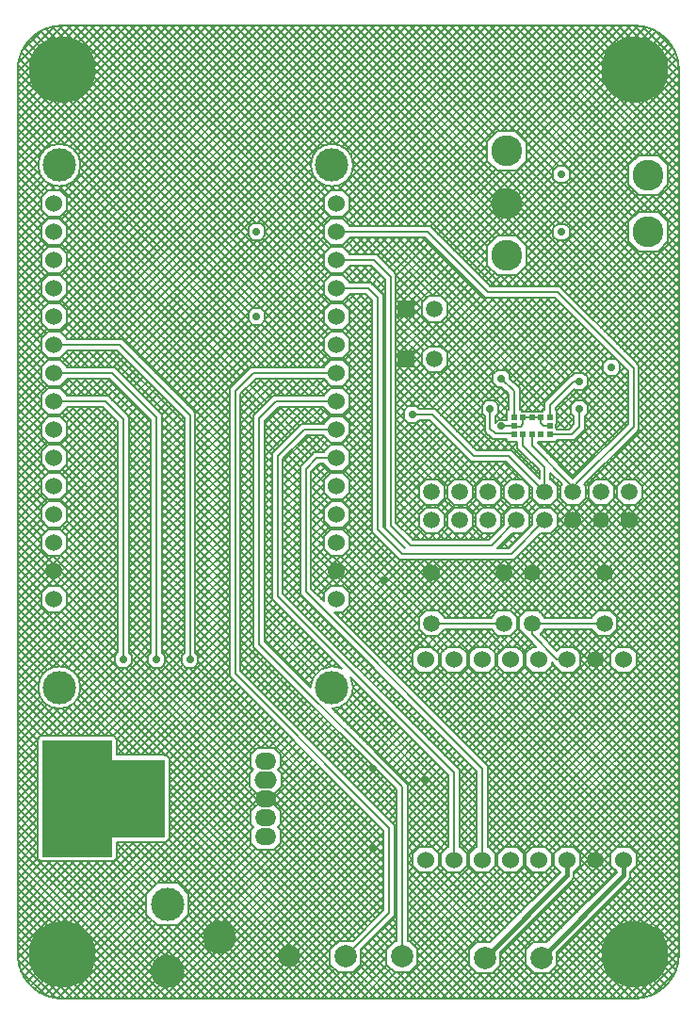
<source format=gbr>
%TF.GenerationSoftware,Altium Limited,Altium Designer,25.2.1 (25)*%
G04 Layer_Physical_Order=1*
G04 Layer_Color=255*
%FSLAX43Y43*%
%MOMM*%
%TF.SameCoordinates,B664DB7D-B6DB-4AC9-9DB7-209C64ECDA10*%
%TF.FilePolarity,Positive*%
%TF.FileFunction,Copper,L1,Top,Signal*%
%TF.Part,Single*%
G01*
G75*
%TA.AperFunction,NonConductor*%
%ADD10C,0.203*%
%TA.AperFunction,BGAPad,CuDef*%
%ADD11R,0.500X0.500*%
%TA.AperFunction,SMDPad,CuDef*%
%AMCUSTOMSHAPE12*
4,1,8,0.775,-5.250,0.775,-3.500,5.500,-3.500,5.500,3.500,0.775,3.500,0.775,5.250,-5.500,5.250,-5.500,-5.250,0.775,-5.250,0.0*%
%ADD12CUSTOMSHAPE12*%

%TA.AperFunction,Conductor*%
%ADD13C,0.200*%
%ADD14C,0.400*%
%TA.AperFunction,ComponentPad*%
%ADD15C,1.500*%
%ADD16R,1.500X1.500*%
%ADD17C,3.000*%
%ADD18C,1.524*%
%ADD19C,2.775*%
%ADD20C,2.000*%
%ADD21C,5.000*%
%ADD22O,1.900X1.550*%
%ADD23O,2.000X1.580*%
%ADD24C,6.000*%
%TA.AperFunction,ViaPad*%
%ADD25C,0.700*%
D10*
X59971Y84000D02*
G03*
X56000Y87971I-3971J0D01*
G01*
Y529D02*
G03*
X59971Y4500I0J3971D01*
G01*
X30682Y28480D02*
G03*
X30465Y29362I-1902J0D01*
G01*
X30682Y75430D02*
G03*
X30682Y75430I-1902J0D01*
G01*
X4500Y87971D02*
G03*
X529Y84000I0J-3971D01*
G01*
X6172Y75430D02*
G03*
X6172Y75430I-1902J0D01*
G01*
X29662Y30165D02*
G03*
X26878Y28484I-882J-1685D01*
G01*
X28784Y26578D02*
G03*
X30682Y28480I-4J1902D01*
G01*
X6172D02*
G03*
X6172Y28480I-1902J0D01*
G01*
X529Y4500D02*
G03*
X4500Y529I3971J0D01*
G01*
X55202Y87971D02*
X59971Y83202D01*
X54484Y87971D02*
X59971Y82484D01*
X55921Y87971D02*
X59971Y83921D01*
X56932Y76329D02*
X59971Y79369D01*
X57650Y76329D02*
X59971Y78650D01*
X53765Y87971D02*
X59971Y81765D01*
X53047Y87971D02*
X59971Y81047D01*
X50892Y87971D02*
X59971Y78892D01*
X50173Y87971D02*
X59971Y78173D01*
X52329Y87971D02*
X59971Y80329D01*
X51610Y87971D02*
X59971Y79610D01*
X49317Y70152D02*
X59971Y80806D01*
X49906Y70022D02*
X59971Y80087D01*
X49455Y87971D02*
X59971Y77455D01*
X58870Y73527D02*
X59971Y72426D01*
X58565Y70778D02*
X59971Y72185D01*
X58989Y74845D02*
X59971Y73863D01*
X58989Y74127D02*
X59971Y73144D01*
X58989Y69765D02*
X59971Y70748D01*
X58989Y69047D02*
X59971Y70029D01*
X58924Y70419D02*
X59971Y71466D01*
X57599Y71249D02*
X59971Y73621D01*
X58206Y71138D02*
X59971Y72903D01*
X56881Y71249D02*
X59971Y74340D01*
X58511Y73168D02*
X59971Y71707D01*
X57491Y72751D02*
X59971Y70271D01*
X56773Y72751D02*
X59971Y69552D01*
X58152Y72808D02*
X59971Y70989D01*
X58591Y75833D02*
X59971Y77214D01*
X58950Y75474D02*
X59971Y76495D01*
X57777Y87551D02*
X59551Y85777D01*
X58232Y76192D02*
X59971Y77932D01*
X58989Y74794D02*
X59971Y75777D01*
X58989Y73645D02*
Y75435D01*
X58095Y76329D02*
X58989Y75435D01*
X56702Y87909D02*
X59909Y84702D01*
X49488Y75352D02*
X59665Y85529D01*
X55411Y75435D02*
X56305Y76329D01*
X58095D01*
X49991Y75136D02*
X59846Y84991D01*
X50152Y74578D02*
X59953Y84380D01*
X55411Y73645D02*
Y75435D01*
X58989Y74076D02*
X59971Y75058D01*
X58095Y72751D02*
X58989Y73645D01*
X55411D02*
X56305Y72751D01*
X58095D01*
X56305Y71249D02*
X58095D01*
X58989Y70355D01*
X55411D02*
X56305Y71249D01*
X49776Y73848D02*
X50152Y74224D01*
X49776Y70152D02*
X50152Y69776D01*
X49776Y75352D02*
X50152Y74976D01*
Y74224D02*
Y74976D01*
Y69549D02*
X55411Y74808D01*
X50152Y74343D02*
X55411Y69084D01*
X50152Y69024D02*
Y69776D01*
X58537Y68113D02*
X59971Y66679D01*
X58178Y67754D02*
X59971Y65960D01*
X58989Y69816D02*
X59971Y68834D01*
X58896Y68472D02*
X59971Y67397D01*
X56824Y67671D02*
X59971Y64523D01*
X53299Y60483D02*
X59971Y67156D01*
X57542Y67671D02*
X59971Y65242D01*
X52581Y61202D02*
X59971Y68592D01*
X52940Y60843D02*
X59971Y67874D01*
X49852Y73924D02*
X59971Y63805D01*
X52221Y61561D02*
X59971Y69311D01*
X49937Y68810D02*
X59971Y58776D01*
X49380Y68648D02*
X59971Y58057D01*
X50152Y69314D02*
X59971Y59494D01*
X56382Y56382D02*
X59971Y59971D01*
X56382Y56382D02*
X59971Y59971D01*
X56173Y57610D02*
X59971Y61408D01*
X56382Y57100D02*
X59971Y60690D01*
X56382Y54945D02*
X59971Y58535D01*
X56382Y54226D02*
X59971Y57816D01*
X56382Y55663D02*
X59971Y59253D01*
X54377Y59406D02*
X59971Y65000D01*
X54736Y59046D02*
X59971Y64282D01*
X53658Y60124D02*
X59971Y66437D01*
X54018Y59765D02*
X59971Y65719D01*
X55454Y58328D02*
X59971Y62845D01*
X55814Y57969D02*
X59971Y62127D01*
X55095Y58687D02*
X59971Y63564D01*
X58989Y68565D02*
Y70355D01*
Y69098D02*
X59971Y68115D01*
X55411Y68565D02*
Y70355D01*
Y68565D02*
X56305Y67671D01*
X58095D02*
X58989Y68565D01*
X51862Y61920D02*
X57613Y67671D01*
X51503Y62279D02*
X56895Y67671D01*
X49348Y64435D02*
X57664Y72751D01*
X50066Y63716D02*
X55411Y69061D01*
X49707Y64075D02*
X55411Y69779D01*
X49776Y68648D02*
X50152Y69024D01*
X50785Y62998D02*
X55882Y68095D01*
X51144Y62639D02*
X56241Y67736D01*
X50425Y63357D02*
X55522Y68454D01*
X56305Y67671D02*
X58095D01*
X56131Y57652D02*
X56382Y57401D01*
X53691Y58002D02*
X53984Y58294D01*
X54276Y58002D02*
X54652Y57626D01*
X56131Y57652D02*
X56382Y57401D01*
Y56899D02*
Y57401D01*
X54652Y56874D02*
Y57626D01*
X49524Y64259D02*
X56131Y57652D01*
X53524Y58002D02*
X54276D01*
X53148Y57626D02*
X53524Y58002D01*
X53148Y56874D02*
Y57626D01*
X51004Y56752D02*
X53265Y59012D01*
X51549Y56578D02*
X53624Y58653D01*
X51752Y56062D02*
X53148Y57459D01*
X45863Y87971D02*
X57505Y76329D01*
X48736Y87971D02*
X59971Y76736D01*
X45777Y78106D02*
X55642Y87971D01*
X45144D02*
X56787Y76329D01*
X43707Y87971D02*
X55828Y75851D01*
X44426Y87971D02*
X56187Y76210D01*
X42271Y87971D02*
X55411Y74831D01*
X42989Y87971D02*
X55468Y75492D01*
X40115Y87971D02*
X56838Y71249D01*
X40834Y87971D02*
X57556Y71249D01*
X41552Y87971D02*
X55411Y74113D01*
X39397Y87971D02*
X56212Y71156D01*
X37960Y87971D02*
X55494Y70438D01*
X38679Y87971D02*
X55853Y70797D01*
X37242Y87971D02*
X55411Y69802D01*
X48018Y87971D02*
X59971Y76018D01*
X46289Y76463D02*
X57503Y87676D01*
X46137Y77747D02*
X56346Y87956D01*
X46289Y77181D02*
X56961Y87853D01*
X46581Y87971D02*
X59971Y74581D01*
X46289Y67842D02*
X59971Y81524D01*
X47300Y87971D02*
X59971Y75300D01*
X45747Y68737D02*
X59971Y82961D01*
X46106Y68377D02*
X59971Y82242D01*
X39052Y68507D02*
X57985Y87440D01*
X45381Y69089D02*
X59971Y83679D01*
X39770Y67789D02*
X58799Y86817D01*
X40130Y67430D02*
X59136Y86436D01*
X39411Y68148D02*
X58416Y87152D01*
X44723Y78489D02*
X54206Y87971D01*
X45418Y78466D02*
X54924Y87971D01*
X36523D02*
X49143Y75352D01*
X44005Y78489D02*
X53487Y87971D01*
X46289Y77487D02*
X48724Y75052D01*
X48648Y74976D02*
X49024Y75352D01*
X46289Y76769D02*
X48648Y74409D01*
X31885Y69962D02*
X49895Y87971D01*
X32604Y69962D02*
X50613Y87971D01*
X30448Y69962D02*
X48458Y87971D01*
X31167Y69962D02*
X49177Y87971D01*
X34041Y69962D02*
X52050Y87971D01*
X34759Y69962D02*
X52769Y87971D01*
X33322Y69962D02*
X51332Y87971D01*
X49024Y73848D02*
X49776D01*
X49024Y70152D02*
X49776D01*
X49024Y75352D02*
X49776D01*
X48648Y69776D02*
X49024Y70152D01*
X48648Y69024D02*
X49024Y68648D01*
X49776D01*
X48648Y69024D02*
Y69776D01*
X44555Y74911D02*
X49314Y70152D01*
X48648Y74224D02*
X49024Y73848D01*
X48648Y74224D02*
Y74976D01*
X43836Y74911D02*
X48810Y69937D01*
X43944Y69089D02*
X48864Y74009D01*
X44663Y69089D02*
X49422Y73848D01*
X46289Y67123D02*
X48648Y69483D01*
X47986Y64510D02*
X56266Y72790D01*
X48704Y64510D02*
X56946Y72751D01*
X46549Y64510D02*
X55548Y73508D01*
X47267Y64510D02*
X55907Y73149D01*
X46289Y76050D02*
X59971Y62368D01*
X46289Y68148D02*
X59971Y54465D01*
X49209Y73848D02*
X59971Y63086D01*
X46052Y75569D02*
X59971Y61650D01*
X45693Y75209D02*
X59971Y60931D01*
X40489Y67070D02*
X59426Y86008D01*
X45831Y64510D02*
X55411Y74090D01*
X45273Y74911D02*
X59971Y60213D01*
X44465Y63506D02*
X51219Y56752D01*
X43746Y63506D02*
X50563Y56690D01*
X48057Y63506D02*
X53561Y58002D01*
X48771Y63506D02*
X55378Y56899D01*
X46620Y63506D02*
X53148Y56978D01*
X47338Y63506D02*
X53184Y57661D01*
X45901Y63506D02*
X55378Y54029D01*
X46836Y53302D02*
X52906Y59372D01*
X46117Y53302D02*
X52547Y59731D01*
X45472Y55530D02*
X51110Y61168D01*
X45652Y54991D02*
X51469Y60809D01*
X44754Y56249D02*
X50391Y61886D01*
X45113Y55889D02*
X50751Y61527D01*
X45183Y63506D02*
X55378Y53311D01*
X45652Y53554D02*
X52187Y60090D01*
X45652Y54273D02*
X51828Y60449D01*
X44394Y64510D02*
X48778Y68894D01*
X45112Y64510D02*
X49251Y68648D01*
X46083Y66199D02*
X47772Y64510D01*
X45723Y65840D02*
X47053Y64510D01*
X46289Y67429D02*
X49209Y64510D01*
X48771D02*
X49273D01*
X46289Y66711D02*
X48490Y64510D01*
X36139Y68958D02*
X49422Y55675D01*
X36857Y68958D02*
X49782Y56034D01*
X40848Y66711D02*
X48648Y74512D01*
X43050Y64510D02*
X48771D01*
X34702Y68958D02*
X48704Y54956D01*
X35420Y68958D02*
X49063Y55316D01*
X33984Y68958D02*
X48345Y54597D01*
X49273Y64510D02*
X49524Y64259D01*
X49273Y64510D02*
X49524Y64259D01*
X48771Y64510D02*
X49273D01*
X43050Y63506D02*
X48771D01*
X43028D02*
X50141Y56393D01*
X44582Y56795D02*
X50032Y62245D01*
X44070Y57002D02*
X49673Y62605D01*
X39152Y63072D02*
X47986Y54238D01*
X39152Y62354D02*
X47848Y53657D01*
X36978Y53502D02*
X46983Y63506D01*
X37696Y53502D02*
X47701Y63506D01*
X38594Y52963D02*
X48955Y63323D01*
X38954Y52604D02*
X49314Y62964D01*
X38235Y53322D02*
X48420Y63506D01*
X56382Y57337D02*
X59971Y53747D01*
X56382Y53508D02*
X59971Y57098D01*
X56382Y56899D02*
Y57401D01*
X54652Y56911D02*
X55378Y56185D01*
X56382Y56618D02*
X59971Y53029D01*
X56382Y52789D02*
X59971Y56379D01*
X55378Y52194D02*
Y56899D01*
X56382Y52194D02*
Y56899D01*
X54311Y56534D02*
X55378Y55466D01*
X53628Y56498D02*
X55378Y54748D01*
X54276Y56498D02*
X54652Y56874D01*
X53524Y56498D02*
X54276D01*
X51752Y53188D02*
X55378Y56815D01*
X51752Y56219D02*
X55378Y52593D01*
X51736Y53891D02*
X55061Y57216D01*
X56382Y55900D02*
X59971Y52310D01*
X56382Y52071D02*
X59971Y55661D01*
X56382Y51692D02*
Y52194D01*
Y51692D02*
Y52194D01*
Y55181D02*
X59971Y51592D01*
X56382Y54463D02*
X59971Y50873D01*
X56131Y51441D02*
X56382Y51692D01*
X51502Y52220D02*
X55378Y56097D01*
X56131Y51441D02*
X56382Y51692D01*
X51690Y55563D02*
X55219Y52034D01*
X51286Y55248D02*
X54859Y51675D01*
X50534Y55282D02*
X54500Y51316D01*
X51752Y53346D02*
X54141Y50956D01*
X51503Y52876D02*
X53782Y50597D01*
X53148Y56874D02*
X53524Y56498D01*
X51376Y55248D02*
X51752Y55624D01*
X51376Y56752D02*
X51752Y56376D01*
Y55624D02*
Y56376D01*
X50659Y54252D02*
X53215Y56807D01*
X51377Y54251D02*
X53625Y56498D01*
X51376Y54252D02*
X51752Y53876D01*
X50624Y56752D02*
X51376D01*
X50624Y55248D02*
X51376D01*
X50369Y56496D02*
X50624Y56752D01*
X50562Y55310D02*
X50624Y55248D01*
X50248Y53840D02*
X50659Y54252D01*
X50624D02*
X51376D01*
X50248Y53876D02*
X50624Y54252D01*
X51752Y53124D02*
Y53876D01*
X51502Y52874D02*
X51752Y53124D01*
X51502Y52140D02*
Y52874D01*
Y51638D02*
Y52140D01*
Y52159D02*
X53423Y50238D01*
X51251Y51387D02*
X51502Y51638D01*
Y52140D01*
X50498D02*
Y52874D01*
X51251Y51387D02*
X51502Y51638D01*
X50248Y53124D02*
Y53876D01*
Y53124D02*
X50498Y52874D01*
X50813Y50949D02*
X51251Y51387D01*
X50562Y50698D02*
X50813Y50949D01*
X50562Y50698D02*
X50813Y50949D01*
X56382Y52308D02*
X59971Y48718D01*
X56330Y51641D02*
X59971Y48000D01*
X56382Y53745D02*
X59971Y50155D01*
X56382Y53026D02*
X59971Y49436D01*
X55094Y47191D02*
X59971Y52069D01*
X55812Y47191D02*
X59971Y51350D01*
X55971Y51282D02*
X59971Y47281D01*
X52939Y47191D02*
X59971Y54224D01*
X53611Y47146D02*
X59971Y53506D01*
X50295Y47421D02*
X55378Y52505D01*
X50450Y47265D02*
X55378Y52194D01*
X51602Y46573D02*
X59971Y54942D01*
X53971Y46786D02*
X59971Y52787D01*
X51453Y46764D02*
X56131Y51441D01*
X55612Y50922D02*
X59971Y46563D01*
X56678Y46620D02*
X59971Y49914D01*
X56318Y46979D02*
X59971Y50632D01*
X56106Y47191D02*
X56682Y46616D01*
Y45905D02*
X59971Y49195D01*
X56106Y44888D02*
X56682Y45464D01*
Y46616D01*
X55253Y50563D02*
X59971Y45844D01*
X54954Y47191D02*
X56106D01*
X53816Y49126D02*
X55751Y47191D01*
X53457Y48767D02*
X55032Y47191D01*
X54893Y50204D02*
X59971Y45126D01*
X54534Y49845D02*
X59971Y44407D01*
X54954Y44888D02*
X56106D01*
X53097Y48408D02*
X54634Y46871D01*
X52414Y47191D02*
X53566D01*
X52379Y47689D02*
X52877Y47191D01*
X52020Y47330D02*
X52286Y47064D01*
X52738Y48049D02*
X54378Y46408D01*
Y46616D02*
X54954Y47191D01*
X53566D02*
X54142Y46616D01*
X51403Y51539D02*
X53063Y49879D01*
X51043Y51180D02*
X52704Y49520D01*
X50684Y50821D02*
X52345Y49160D01*
X51660Y46971D02*
X51927Y46704D01*
X51838Y46616D02*
X52414Y47191D01*
X51602Y45464D02*
Y46616D01*
X51453Y46764D02*
X51602Y46616D01*
X54142Y45927D02*
X54378Y45690D01*
X54142Y45521D02*
X54378Y45757D01*
X54142Y45464D02*
Y46616D01*
Y46239D02*
X54378Y46476D01*
Y45464D02*
Y46616D01*
Y45464D02*
X54954Y44888D01*
X53566D02*
X54142Y45464D01*
X51838D02*
Y46616D01*
X51602Y45854D02*
X51838Y46091D01*
X51602Y46312D02*
X51838Y46075D01*
X51026Y44888D02*
X51602Y45464D01*
X53509Y44888D02*
X54142Y45521D01*
X52414Y44888D02*
X53566D01*
X51838Y45464D02*
X52414Y44888D01*
X50244Y56496D02*
X50369D01*
X50244D02*
X50369D01*
X49993Y56245D02*
X50244Y56496D01*
X49993Y56245D02*
X50244Y56496D01*
X50175Y54922D02*
X50846Y54252D01*
X49816Y54563D02*
X50376Y54003D01*
X49456Y54204D02*
X50248Y53412D01*
X48852Y53599D02*
X50562Y55310D01*
X49002Y53312D02*
X50938Y55248D01*
X48099Y54352D02*
X49993Y56245D01*
X49002Y52594D02*
X50248Y53840D01*
X49097Y53845D02*
X50498Y52444D01*
X49002Y53222D02*
X50291Y51932D01*
X49002Y52148D02*
Y53452D01*
X49546Y51702D02*
X50498Y52654D01*
X50060Y51702D02*
X50498Y52140D01*
X49002Y51702D02*
X50060D01*
X49002Y50698D02*
X50060D01*
X50562D01*
X50060D02*
X50562D01*
X49002Y50548D02*
Y50698D01*
X48978Y51852D02*
X50249Y53123D01*
X48935Y51852D02*
X49002Y51785D01*
X48852Y52148D02*
X49002D01*
X48852Y51852D02*
X49002D01*
Y52504D02*
X49804Y51702D01*
X49002Y51785D02*
X49085Y51702D01*
X49002D02*
Y51852D01*
X47848Y54101D02*
X48099Y54352D01*
X47848Y54101D02*
X48099Y54352D01*
X47848Y53599D02*
Y54101D01*
Y53599D02*
Y54101D01*
X48852Y53452D02*
Y53599D01*
Y53452D02*
X49002D01*
X47848D02*
Y53599D01*
X47704Y53452D02*
X47848Y53596D01*
X47698Y53452D02*
X47848D01*
X45652Y55135D02*
X47485Y53302D01*
X45652Y54417D02*
X46767Y53302D01*
X47698D02*
Y53452D01*
X47554Y53302D02*
X47698Y53446D01*
X46499Y53302D02*
X47001D01*
X48852Y51852D02*
Y52148D01*
Y51935D02*
X48935Y51852D01*
X47402Y50548D02*
X47698D01*
X48202D01*
X47698D02*
X48202D01*
X49002D01*
X47421Y50295D02*
X47675Y50548D01*
X47299Y53302D02*
X47698D01*
X47299D02*
X47698D01*
X46499D02*
X47001D01*
X47299D01*
X47252Y50548D02*
X47402D01*
X47252D02*
X47402D01*
X47252Y50464D02*
Y50548D01*
X48858Y48858D02*
X55378Y55378D01*
X49217Y48498D02*
X55378Y54660D01*
X48858Y48858D02*
X55378Y55378D01*
X50088Y50698D02*
X51986Y48801D01*
X49576Y48139D02*
X55378Y53942D01*
X49935Y47780D02*
X55378Y53223D01*
X49370Y50698D02*
X51626Y48442D01*
X48083Y50548D02*
X50908Y47723D01*
X48802Y50548D02*
X51267Y48083D01*
X48139Y49576D02*
X49262Y50698D01*
X48498Y49217D02*
X49980Y50698D01*
X47365Y50548D02*
X50549Y47364D01*
X47252Y50464D02*
X50450Y47265D01*
X48412Y47799D02*
X49447Y46764D01*
X49298Y46616D02*
X49447Y46764D01*
X49062Y45470D02*
X49298Y45706D01*
X49062Y46188D02*
X49298Y46425D01*
X49062Y45978D02*
X49298Y45741D01*
Y45464D02*
X49874Y44888D01*
X51026D01*
X49298Y45464D02*
Y46616D01*
X48412Y47346D02*
X49298Y46459D01*
X48916Y46761D02*
X49183Y47028D01*
X49062Y45464D02*
Y46616D01*
X48481Y44888D02*
X49062Y45470D01*
X48724Y44413D02*
X49536Y45226D01*
X48486Y44652D02*
X49062Y44076D01*
X48486Y44888D02*
X49062Y45464D01*
X47780Y49935D02*
X48393Y50548D01*
X47408Y47294D02*
Y48045D01*
X47351Y47351D02*
X47408Y47408D01*
X47351Y47351D02*
X47408Y47408D01*
X48557Y47120D02*
X48824Y47387D01*
X48486Y47192D02*
X49062Y46616D01*
X48412Y47192D02*
Y47799D01*
X45699Y49754D02*
X47408Y48045D01*
X46992Y47710D02*
X47368Y48086D01*
X46274Y48429D02*
X46649Y48804D01*
X46633Y48070D02*
X47008Y48445D01*
X44233Y50806D02*
X47408Y47631D01*
X45176Y49527D02*
X47408Y47294D01*
X44423Y48774D02*
X46758Y46439D01*
X47334Y44888D02*
X48486D01*
X47334Y44652D02*
X48486D01*
X46758Y45464D02*
X47334Y44888D01*
X47525Y44652D02*
X47762Y44888D01*
X47996D02*
X48233Y44652D01*
X48244D02*
X48481Y44888D01*
X46758Y44076D02*
X47334Y44652D01*
X46758Y45464D02*
Y46439D01*
X46522Y45644D02*
X47514Y44652D01*
X46522Y46362D02*
X46758Y46126D01*
X46522Y45803D02*
X46758Y46040D01*
X46252Y45195D02*
X47065Y44382D01*
X46376Y44221D02*
X47189Y45034D01*
X46017Y44580D02*
X46830Y45393D01*
X45287Y78489D02*
X46289Y77487D01*
Y75805D02*
Y77595D01*
X43605Y78489D02*
X45395D01*
X46289Y77595D01*
X45395Y74911D02*
X46289Y75805D01*
X43605Y74911D02*
X45395D01*
X42711Y75805D02*
X43605Y74911D01*
X42711Y68195D02*
X43605Y69089D01*
X35086Y87971D02*
X44569Y78489D01*
X35805Y87971D02*
X45287Y78489D01*
X42711Y77595D02*
X43605Y78489D01*
X37615Y69944D02*
X43094Y75423D01*
X38334Y69226D02*
X44019Y74911D01*
X38693Y68867D02*
X44737Y74911D01*
X37974Y69585D02*
X43453Y75063D01*
X46289Y66405D02*
Y68195D01*
X45395Y65511D02*
X46289Y66405D01*
X45395Y69089D02*
X46289Y68195D01*
X45348Y69089D02*
X46289Y68148D01*
X44615Y65511D02*
X45617Y64510D01*
X45334Y65511D02*
X46335Y64510D01*
X43897Y65511D02*
X44898Y64510D01*
X43605Y69089D02*
X45395D01*
X43605Y65511D02*
X45395D01*
X42711Y66405D02*
X43605Y65511D01*
X42285Y65274D02*
X43063Y66053D01*
X43003Y64556D02*
X43958Y65511D01*
X43675Y64510D02*
X44677Y65511D01*
X42644Y64915D02*
X43423Y65694D01*
X42711Y75805D02*
Y77595D01*
Y66405D02*
Y68195D01*
X37598Y69962D02*
X37849Y69711D01*
X37598Y69962D02*
X37849Y69711D01*
X43050Y64510D01*
X41567Y65993D02*
X42711Y67137D01*
X41207Y66352D02*
X42711Y67856D01*
X36196Y69962D02*
X42711Y76477D01*
X36914Y69962D02*
X42734Y75782D01*
X35477Y69962D02*
X42711Y77195D01*
X37096Y69962D02*
X37598D01*
X37096Y68958D02*
X42297Y63757D01*
X34538Y64711D02*
X37940Y68114D01*
X37096Y69962D02*
X37598D01*
X41926Y65634D02*
X42711Y66419D01*
X42548Y63506D02*
X43050D01*
X42297Y63757D02*
X42548Y63506D01*
X42297Y63757D02*
X42548Y63506D01*
X39152Y62141D02*
X41533Y64522D01*
X42548Y63506D02*
X43050D01*
X39152Y62860D02*
X41173Y64881D01*
X38507Y63652D02*
X40455Y65600D01*
X38901Y63327D02*
X40814Y65240D01*
X37788Y63652D02*
X40096Y65959D01*
X37424Y63652D02*
X38576D01*
X39152Y63076D01*
X38572Y63652D02*
X39152Y63072D01*
X36848Y63076D02*
X37424Y63652D01*
X39152Y57831D02*
X44827Y63506D01*
X44376Y57002D02*
X44752Y56626D01*
X43248D02*
X43624Y57002D01*
X44376D01*
X44752Y56251D02*
Y56626D01*
Y56251D02*
X45401Y55602D01*
X43248Y55874D02*
Y56626D01*
X39152Y58549D02*
X44109Y63506D01*
X39007Y61780D02*
X43785Y57002D01*
X38806Y58922D02*
X43391Y63506D01*
X38648Y61420D02*
X43345Y56723D01*
X35791Y53752D02*
X45546Y63506D01*
X36443Y53685D02*
X46264Y63506D01*
X34538Y63375D02*
X44498Y53415D01*
X45401Y55602D02*
X45652Y55351D01*
Y54849D02*
Y55351D01*
X45401Y55602D02*
X45652Y55351D01*
X43999Y55498D02*
X44648Y54849D01*
X45652D02*
Y55351D01*
Y53452D02*
Y54849D01*
X44648Y53452D02*
Y54849D01*
X43852Y55498D02*
X44648Y54702D01*
X42757Y54252D02*
X44001Y55496D01*
X43248Y55874D02*
X43624Y55498D01*
X43999D01*
X39672Y51885D02*
X43455Y55668D01*
X43426Y54202D02*
X44361Y55137D01*
X39313Y52244D02*
X43248Y56180D01*
X39152Y61924D02*
Y63076D01*
X38576Y61348D02*
X39152Y61924D01*
X36848D02*
X37424Y61348D01*
X38576D01*
X38317Y59152D02*
X42672Y63506D01*
X38002Y61348D02*
X43248Y56102D01*
X37599Y59152D02*
X42251Y63804D01*
X34538Y62657D02*
X38043Y59152D01*
X34538Y59682D02*
X36848Y61993D01*
Y61924D02*
Y63076D01*
X34538Y60401D02*
X36848Y62712D01*
X34538Y61939D02*
X37374Y59102D01*
X34538Y57527D02*
X38359Y61348D01*
X34538Y58964D02*
X37173Y61599D01*
X39152Y58043D02*
X42943Y54252D01*
X38576Y56848D02*
X39152Y57424D01*
X38576Y59152D02*
X39152Y58576D01*
Y57424D02*
Y58576D01*
X39102Y57374D02*
X42424Y54052D01*
X38191Y56848D02*
X42498Y52541D01*
X38743Y57015D02*
X42248Y53509D01*
X37424Y59152D02*
X38576D01*
X36848Y57473D02*
X37473Y56848D01*
X36848Y58576D02*
X37424Y59152D01*
X36848Y57424D02*
Y58576D01*
X37424Y56848D02*
X38576D01*
X37473D02*
X42498Y51823D01*
X36848Y57424D02*
X37424Y56848D01*
X33650Y87971D02*
X43369Y78252D01*
X34368Y87971D02*
X43850Y78489D01*
X32213Y87971D02*
X42711Y77473D01*
X32931Y87971D02*
X43009Y77893D01*
X31494Y87971D02*
X42711Y76755D01*
X33214Y66980D02*
X35193Y68958D01*
X32855Y67339D02*
X34474Y68958D01*
X30776Y87971D02*
X42711Y76036D01*
X30669Y75211D02*
X43429Y87971D01*
X30418Y76397D02*
X41992Y87971D01*
X30626Y75887D02*
X42711Y87971D01*
X30619Y75916D02*
X36573Y69962D01*
X30662Y75154D02*
X35854Y69962D01*
X30493Y74604D02*
X35136Y69962D01*
X34291Y65902D02*
X37222Y68833D01*
X34538Y65430D02*
X37581Y68473D01*
X34287Y65907D02*
X34538Y65656D01*
Y65154D02*
Y65656D01*
Y63993D02*
X38300Y67755D01*
X34538Y63274D02*
X38659Y67396D01*
X34538Y65154D02*
Y65656D01*
X33573Y66620D02*
X35911Y68958D01*
X33932Y66261D02*
X36629Y68958D01*
X33023Y67171D02*
X34287Y65907D01*
X34538Y65656D01*
X32547Y68958D02*
X37854Y63652D01*
X33265Y68958D02*
X38572Y63652D01*
X31828Y68958D02*
X37280Y63507D01*
X32219Y67422D02*
X33756Y68958D01*
X32772Y67422D02*
X33023Y67171D01*
X32270Y67422D02*
X32772D01*
X32270D02*
X32772D01*
X32270Y66418D02*
X33534Y65154D01*
X32213Y66418D02*
X33534Y65097D01*
X32772Y67422D02*
X33023Y67171D01*
X31110Y68958D02*
X32647Y67422D01*
X31501D02*
X33037Y68958D01*
X30392D02*
X31928Y67422D01*
X30782D02*
X32319Y68958D01*
X30397Y64882D02*
X31934Y66418D01*
X31495D02*
X33534Y64379D01*
X30364Y66338D02*
Y66418D01*
X32767Y64378D02*
X33534Y65145D01*
X33127Y64019D02*
X33534Y64427D01*
X32408Y64737D02*
X33180Y65509D01*
X32515Y64631D02*
X33144Y64002D01*
X33395Y63751D01*
Y63568D02*
X33534Y63708D01*
X33144Y64002D02*
X33395Y63751D01*
X31116Y64882D02*
X32461Y66227D01*
X31834Y64882D02*
X32821Y65868D01*
X31762Y64882D02*
X32264D01*
X31762D02*
X32264D01*
X30776Y66418D02*
X33534Y63660D01*
X32264Y64882D02*
X32515Y64631D01*
X32264Y64882D02*
X32515Y64631D01*
X34538Y58245D02*
X37640Y61348D01*
X34538Y61220D02*
X37015Y58743D01*
X34538Y60502D02*
X36848Y58191D01*
X34538Y59783D02*
X36848Y57473D01*
X34538Y64094D02*
X44648Y53983D01*
X34538Y59065D02*
X43825Y49778D01*
X34538Y56809D02*
X41892Y64163D01*
X34538Y62556D02*
X39018Y67037D01*
X34538Y65531D02*
X36920Y63148D01*
X33395Y63082D02*
X33534Y62942D01*
X33395Y62850D02*
X33534Y62990D01*
X34538Y61838D02*
X39377Y66677D01*
X34538Y61119D02*
X39737Y66318D01*
X34538Y64812D02*
X36848Y62502D01*
X34538Y56910D02*
X37946Y53502D01*
X34538Y53935D02*
X37451Y56848D01*
X34538Y54653D02*
X37078Y57194D01*
X34538Y55473D02*
X36259Y53752D01*
X34538Y57628D02*
X42388Y49778D01*
X34538Y53217D02*
X38169Y56848D01*
X34538Y56191D02*
X37227Y53502D01*
X34538Y56090D02*
X36848Y58401D01*
X34538Y55372D02*
X36848Y57683D01*
X33395Y55897D02*
X33534Y55758D01*
X33395Y55666D02*
X33534Y55805D01*
X34538Y58347D02*
X43107Y49778D01*
X33395Y54947D02*
X33534Y55087D01*
X33395Y55179D02*
X33534Y55039D01*
X33395Y61413D02*
X33534Y61553D01*
X33395Y60926D02*
X33534Y60787D01*
X33395Y62131D02*
X33534Y62271D01*
X33395Y61645D02*
X33534Y61505D01*
X33395Y60208D02*
X33534Y60068D01*
X33395Y59976D02*
X33534Y60116D01*
X33395Y60695D02*
X33534Y60834D01*
X33395Y63249D02*
Y63751D01*
Y63249D02*
Y63751D01*
X31762Y63878D02*
X32391Y63249D01*
X31161Y63878D02*
X32391Y62648D01*
X30443Y63878D02*
X32391Y61930D01*
X33395Y62363D02*
X33534Y62223D01*
X30364Y61258D02*
Y62422D01*
X33395Y57821D02*
X33534Y57961D01*
X33395Y57334D02*
X33534Y57194D01*
X33395Y58539D02*
X33534Y58679D01*
X33395Y58053D02*
X33534Y57913D01*
X33395Y56616D02*
X33534Y56476D01*
X33395Y56384D02*
X33534Y56524D01*
X33395Y57103D02*
X33534Y57242D01*
X33395Y59258D02*
X33534Y59398D01*
X33395Y58771D02*
X33534Y58631D01*
X30364Y58718D02*
Y59882D01*
X33395Y59490D02*
X33534Y59350D01*
X30364Y56773D02*
X32391Y54745D01*
X30364Y54071D02*
X32391Y56099D01*
X30364Y59647D02*
X32391Y57619D01*
X45652Y53698D02*
X46048Y53302D01*
X45802D02*
Y53452D01*
X44498D02*
X44648D01*
X45652D02*
X45802D01*
Y53302D02*
X46201D01*
X46499D01*
X44498Y52502D02*
Y53452D01*
X45802Y53302D02*
X46201D01*
X43752Y53810D02*
X44648Y54706D01*
X43502Y52841D02*
X44648Y53988D01*
X43752Y53443D02*
X44498Y52696D01*
X43881Y52502D02*
X44498Y53119D01*
X43515Y50806D02*
X44543Y49778D01*
X44030D02*
X44801Y50548D01*
X43685Y50806D02*
X44498D01*
X45209Y50548D02*
X45448Y50309D01*
Y50005D02*
Y50507D01*
X45298Y50548D02*
X45448D01*
X45298D02*
X45448D01*
Y50005D02*
X45699Y49754D01*
X45448Y50005D02*
X45699Y49754D01*
X45448Y50005D02*
Y50507D01*
X44498Y50548D02*
X45298D01*
X44749Y49778D02*
X45448Y50477D01*
X44423Y49778D02*
X44925D01*
X44423D02*
X44925D01*
X45196Y49506D02*
X45571Y49882D01*
X44925Y49778D02*
X45176Y49527D01*
X44925Y49778D02*
X45176Y49527D01*
X43502Y52874D02*
X43752Y53124D01*
X43552Y52924D02*
X43975Y52502D01*
X43376Y54252D02*
X43752Y53876D01*
Y53124D02*
Y53876D01*
X43502Y52254D02*
X43749Y52502D01*
X44498D01*
X43502Y52254D02*
Y52874D01*
X42248Y53876D02*
X42624Y54252D01*
X43376D01*
X42248Y53124D02*
Y53876D01*
Y53124D02*
X42498Y52874D01*
Y51491D02*
Y51993D01*
Y51491D02*
Y51993D01*
Y52874D01*
X42932Y51057D02*
X43183Y50806D01*
X43685D01*
X42749Y51240D02*
X42932Y51057D01*
X43183Y50806D01*
X43312Y49778D02*
X44341Y50806D01*
X44498Y50548D02*
Y50806D01*
X43183D02*
X43685D01*
X42498Y51491D02*
X42749Y51240D01*
X42498Y51491D02*
X42749Y51240D01*
X41109Y50448D02*
X42498Y51838D01*
X41468Y50089D02*
X42684Y51305D01*
X42593Y49778D02*
X43622Y50806D01*
X41780Y49778D02*
X44423D01*
X41875D02*
X43043Y50946D01*
X45914Y48788D02*
X46290Y49164D01*
X44794Y47192D02*
X45946D01*
X45555Y49147D02*
X45931Y49523D01*
X45037Y47192D02*
X45521Y47676D01*
X45755Y47192D02*
X45880Y47317D01*
X45946Y47192D02*
X46522Y46616D01*
X44218D02*
X44794Y47192D01*
X43391Y48774D02*
X44974Y47192D01*
X44110Y48774D02*
X45692Y47192D01*
X41780Y48774D02*
X44423D01*
X42881Y47192D02*
X44444Y48754D01*
X43503Y47095D02*
X44803Y48395D01*
X43862Y46736D02*
X45162Y48036D01*
X42673Y48774D02*
X44525Y46922D01*
X46522Y46522D02*
X46599Y46599D01*
X46522Y46522D02*
X46599Y46599D01*
X46522Y45464D02*
Y46616D01*
X44794Y44889D02*
X45946D01*
X46522Y45464D01*
X45370Y44652D02*
X45607Y44889D01*
X45122D02*
X45359Y44652D01*
X44218Y45464D02*
X44794Y44889D01*
X44794Y44652D02*
X45946D01*
X44218Y45464D02*
Y46616D01*
X43215Y44652D02*
X44218Y45655D01*
X43905Y45387D02*
X44717Y44575D01*
X43669Y44388D02*
X44482Y45201D01*
X43546Y45028D02*
X44358Y44215D01*
X41954Y48774D02*
X44218Y46510D01*
X43406Y47192D02*
X43982Y46616D01*
X41678D02*
X42254Y47192D01*
X43406D01*
X41678Y45464D02*
Y46616D01*
X43982Y45464D02*
Y46616D01*
X41442Y46414D02*
X41678Y46177D01*
X41278Y48774D02*
X41780D01*
X41278D02*
X41780D01*
X41027Y49025D02*
X41278Y48774D01*
X41027Y49025D02*
X41278Y48774D01*
X41155Y46902D02*
X43027Y48774D01*
X41442Y46471D02*
X43745Y48774D01*
X41442Y45464D02*
Y46616D01*
X43982Y46137D02*
X44218Y46374D01*
X43982Y46029D02*
X44218Y45792D01*
X43406Y44888D02*
X43982Y45464D01*
X42254Y44652D02*
X43406D01*
X42967Y44888D02*
X43204Y44652D01*
X43406D02*
X43982Y44076D01*
X42496Y44652D02*
X42733Y44888D01*
X41442Y45695D02*
X42485Y44652D01*
X42254Y44888D02*
X43406D01*
X41442Y45752D02*
X41678Y45989D01*
Y45464D02*
X42254Y44888D01*
X41322Y44196D02*
X42134Y45008D01*
X41678Y44076D02*
X42254Y44652D01*
X41198Y45220D02*
X42010Y44408D01*
X40031Y51526D02*
X42248Y53743D01*
X38056Y53502D02*
X38307Y53251D01*
X37554Y53502D02*
X38056D01*
X38307Y53251D01*
X40391Y51167D02*
X42298Y53074D01*
X40750Y50808D02*
X42498Y52556D01*
X38307Y53251D02*
X41780Y49778D01*
X36626Y53502D02*
X37554D01*
X38056D01*
X35624Y53752D02*
X36376D01*
X36626Y53502D01*
X34538Y53318D02*
X40664Y47192D01*
X34538Y52599D02*
X39945Y47192D01*
X35248Y52624D02*
X35624Y52248D01*
X36626Y52498D02*
X37554D01*
X41027Y49025D01*
X36376Y52248D02*
X36626Y52498D01*
X35624Y52248D02*
X36376D01*
X37512Y52498D02*
X42819Y47192D01*
X37852D02*
X40357Y49696D01*
X37174Y47192D02*
X38326D01*
X34538Y49624D02*
X37412Y52498D01*
X34538Y48906D02*
X37842Y52211D01*
X34538Y50343D02*
X36693Y52498D01*
X34538Y51061D02*
X35725Y52248D01*
X34538Y48188D02*
X38201Y51851D01*
X34538Y47469D02*
X38561Y51492D01*
X34538Y50444D02*
X37790Y47192D01*
X34538Y54754D02*
X35582Y53710D01*
X35248Y53376D02*
X35624Y53752D01*
X34538Y54036D02*
X35248Y53325D01*
X33395Y52792D02*
X33534Y52932D01*
X34538Y52498D02*
X35248Y53209D01*
X34538Y51780D02*
X35315Y52557D01*
X35248Y52624D02*
Y53376D01*
X33395Y54229D02*
X33534Y54369D01*
X33395Y53742D02*
X33534Y53602D01*
X30364Y53638D02*
Y54802D01*
X33395Y54461D02*
X33534Y54321D01*
X33395Y53510D02*
X33534Y53650D01*
X33395Y53024D02*
X33534Y52884D01*
X30364Y54618D02*
X32391Y52590D01*
X33395Y49200D02*
X33534Y49340D01*
X33395Y48713D02*
X33534Y48573D01*
X33395Y49918D02*
X33534Y50058D01*
X33395Y49432D02*
X33534Y49292D01*
X33395Y47995D02*
X33534Y47855D01*
X33395Y47763D02*
X33534Y47903D01*
X33395Y48481D02*
X33534Y48621D01*
X33395Y51587D02*
X33534Y51447D01*
X33395Y51355D02*
X33534Y51495D01*
X33395Y52305D02*
X33534Y52166D01*
X33395Y52074D02*
X33534Y52213D01*
X33395Y50637D02*
X33534Y50777D01*
X33395Y50150D02*
X33534Y50010D01*
X33395Y50868D02*
X33534Y50729D01*
X40007Y47192D02*
X41590Y48774D01*
X40726Y47192D02*
X42309Y48774D01*
X38448Y47069D02*
X40716Y49337D01*
X39714Y47192D02*
X40866D01*
X38807Y46710D02*
X41075Y48978D01*
X40866Y47192D02*
X41442Y46616D01*
X39138D02*
X39714Y47192D01*
X36794Y52498D02*
X42177Y47115D01*
X36325Y52248D02*
X41818Y46756D01*
X34538Y51881D02*
X39470Y46948D01*
X34538Y51162D02*
X39138Y46562D01*
X34538Y45314D02*
X39638Y50414D01*
X34538Y44596D02*
X39997Y50055D01*
X34538Y46032D02*
X39279Y50774D01*
X40866Y44888D02*
X41442Y45464D01*
X39714Y44652D02*
X40866D01*
X39138Y45464D02*
X39714Y44888D01*
X40866D01*
X40963Y44555D02*
X41775Y45367D01*
X40341Y44652D02*
X40578Y44888D01*
X40093D02*
X40330Y44652D01*
X39138Y45464D02*
Y46616D01*
X38186Y44652D02*
X39138Y45604D01*
X38902Y46086D02*
X39138Y46323D01*
X38902Y46080D02*
X39138Y45843D01*
X38850Y45413D02*
X39663Y44600D01*
X38615Y44362D02*
X39428Y45175D01*
X38491Y45054D02*
X39304Y44241D01*
X36598Y46616D02*
X37174Y47192D01*
X38326D02*
X38902Y46616D01*
X34538Y48289D02*
X36598Y46228D01*
X34538Y47570D02*
X36598Y45509D01*
X34538Y46852D02*
X36956Y44433D01*
X38902Y45464D02*
Y46616D01*
X36598Y45464D02*
Y46616D01*
X34538Y49725D02*
X37123Y47140D01*
X34538Y49007D02*
X36764Y46781D01*
X33395Y47276D02*
X33534Y47137D01*
X33395Y47045D02*
X33534Y47184D01*
X34538Y46751D02*
X38920Y51133D01*
X33395Y46326D02*
X33534Y46466D01*
X33395Y46558D02*
X33534Y46418D01*
X38326Y44888D02*
X38902Y45464D01*
X37174Y44652D02*
X38326D01*
X36598Y45464D02*
X37174Y44888D01*
X38326D01*
X37467Y44652D02*
X37704Y44888D01*
X37938D02*
X38175Y44652D01*
X37219Y44888D02*
X37456Y44652D01*
X33395Y45121D02*
X33534Y44981D01*
X33395Y44889D02*
X33534Y45029D01*
X33395Y45840D02*
X33534Y45700D01*
X33395Y45608D02*
X33534Y45748D01*
X36598Y45509D02*
X37219Y44888D01*
X33395Y44171D02*
X33534Y44311D01*
X33395Y44403D02*
X33534Y44263D01*
X56682Y45542D02*
X59971Y42252D01*
X56361Y45144D02*
X59971Y41534D01*
X54175Y49486D02*
X59971Y43689D01*
X56682Y46260D02*
X59971Y42971D01*
X51602Y45593D02*
X59971Y37223D01*
X51307Y45169D02*
X59971Y36505D01*
X54014Y45336D02*
X59971Y39379D01*
X53655Y44977D02*
X59971Y38660D01*
X47829Y34898D02*
X59971Y47040D01*
X48402Y34752D02*
X59971Y46321D01*
X46896Y35402D02*
X59971Y48477D01*
X47470Y35257D02*
X59971Y47758D01*
X48959Y45362D02*
X59971Y34350D01*
X48600Y45003D02*
X59971Y33631D01*
X49120Y34752D02*
X59971Y45603D01*
X53025Y44888D02*
X59971Y37942D01*
X53362Y35402D02*
X59971Y42011D01*
X55899Y44888D02*
X59971Y40815D01*
X55180Y44888D02*
X59971Y40097D01*
X51994Y34752D02*
X59971Y42729D01*
X54402Y34286D02*
X59971Y39856D01*
X54312Y34915D02*
X59971Y40574D01*
X49838Y34752D02*
X59971Y44885D01*
X50557Y34752D02*
X59971Y44166D01*
X50870Y44888D02*
X59971Y35786D01*
X50151Y44888D02*
X59971Y35068D01*
X49062Y43823D02*
X59971Y32913D01*
X49062Y43104D02*
X59971Y32194D01*
X51275Y34752D02*
X59971Y43448D01*
X49062Y44033D02*
X49917Y44888D01*
X49062Y43314D02*
X50636Y44888D01*
X49062Y42924D02*
Y44076D01*
X47511Y42348D02*
X48486D01*
X49062Y42924D01*
X53953Y35274D02*
X59971Y41292D01*
X47326Y35402D02*
X47902Y34826D01*
X46758Y43101D02*
Y44076D01*
X46522Y42930D02*
X46758Y43166D01*
X46522Y43648D02*
X46758Y43885D01*
X46522Y43489D02*
X46758Y43252D01*
X46868Y41706D02*
X53172Y35402D01*
X46509Y41346D02*
X52564Y35291D01*
X46522Y42924D02*
Y44076D01*
X53826Y35402D02*
X54402Y34826D01*
Y33674D02*
Y34826D01*
X52098D02*
X52674Y35402D01*
X53826D01*
Y33098D02*
X54402Y33674D01*
X52674Y33098D02*
X53826D01*
X52098Y33674D02*
X52674Y33098D01*
X47902Y34752D02*
X52098D01*
X47902Y33748D02*
X52098D01*
X47565Y33197D02*
X48117Y33748D01*
X47495Y33268D02*
X47902Y33674D01*
X47925Y32838D02*
X48835Y33748D01*
X48284Y32479D02*
X49554Y33748D01*
X46248Y33009D02*
X46499Y32758D01*
X56076Y31650D02*
X59971Y35545D01*
X56164Y31019D02*
X59971Y34827D01*
X55133Y32144D02*
X59971Y36982D01*
X55717Y32009D02*
X59971Y36264D01*
Y4500D02*
Y84000D01*
X54291Y33564D02*
X59971Y27884D01*
X54402Y34172D02*
X59971Y28602D01*
X48380Y42348D02*
X59971Y30757D01*
X47662Y42348D02*
X59971Y30039D01*
X48792Y42655D02*
X59971Y31476D01*
X51952Y33748D02*
X53987Y31713D01*
X49796Y33748D02*
X59971Y23573D01*
X49078Y33748D02*
X59971Y22855D01*
X47227Y42065D02*
X59971Y29321D01*
X55582Y32144D02*
X56164Y31562D01*
Y30398D02*
Y31562D01*
X53932Y33205D02*
X54993Y32144D01*
X54418D02*
X55582D01*
X56164Y30973D02*
X59971Y27165D01*
X56092Y30326D02*
X59971Y26447D01*
X55582Y29816D02*
X56164Y30398D01*
X53836Y30427D02*
X54447Y29816D01*
X53836Y30398D02*
X54418Y29816D01*
X53320Y33098D02*
X54346Y32072D01*
X53836Y31562D02*
X54418Y32144D01*
X51037Y30352D02*
X59971Y21418D01*
X48331Y30185D02*
X59971Y18544D01*
X51084Y31024D02*
X59971Y22136D01*
X50662Y31983D02*
X52226Y33547D01*
X51021Y31624D02*
X52585Y33188D01*
X49386Y32144D02*
X50991Y33748D01*
X50104Y32144D02*
X51709Y33748D01*
X51233D02*
X53836Y31145D01*
X50515Y33748D02*
X53836Y30427D01*
X51084Y30968D02*
X53214Y33098D01*
X48359Y33748D02*
X49964Y32144D01*
X48643Y32119D02*
X50272Y33748D01*
X46499Y32758D02*
X47114Y32144D01*
X46798D02*
X47114D01*
X47808Y33581D02*
X49292Y32097D01*
X48979Y31784D02*
X49338Y32144D01*
X47495Y33268D02*
X48979Y31784D01*
X51084Y30398D02*
Y31562D01*
X53836Y30398D02*
Y31562D01*
X49338Y32144D02*
X50502D01*
X51084Y31562D01*
X48756Y30478D02*
X49418Y29816D01*
X50502D02*
X51084Y30398D01*
X48756D02*
X49338Y29816D01*
X48544Y30714D02*
X48738Y30519D01*
X48544Y30691D02*
X48756Y30478D01*
X48544Y30714D02*
X48738Y30519D01*
X48544Y30583D02*
X48609Y30649D01*
X48756Y30398D02*
Y30519D01*
X47962Y29816D02*
X48544Y30398D01*
Y30714D01*
X45840Y44889D02*
X46758Y43970D01*
X45946Y42348D02*
X46522Y42924D01*
X45946Y44652D02*
X46522Y44076D01*
X45941Y42348D02*
X46522Y42930D01*
X45143Y35085D02*
X54950Y44892D01*
X46178Y35402D02*
X55665Y44888D01*
X45507Y42348D02*
X45756Y42099D01*
X44741Y35402D02*
X54591Y45251D01*
X44023Y35402D02*
X53509Y44888D01*
X44672Y41015D02*
X46758Y43101D01*
X44607Y41015D02*
X45941Y42348D01*
X41936Y34752D02*
X52243Y45059D01*
X42654Y34752D02*
X52791Y44888D01*
X41217Y34752D02*
X51884Y45418D01*
X45425Y40262D02*
X47511Y42348D01*
X46150Y40987D02*
X52205Y34932D01*
X45598Y34826D02*
X46174Y35402D01*
X47326D01*
X45790Y40628D02*
X51667Y34752D01*
X45431Y40269D02*
X50948Y34752D01*
X45598Y34822D02*
X46178Y35402D01*
X40499Y34752D02*
X48096Y42348D01*
X42096Y40011D02*
X46706Y35402D01*
X44971Y42348D02*
X45946D01*
X41378Y40011D02*
X46081Y35308D01*
X43533Y40011D02*
X48793Y34752D01*
X44252Y40011D02*
X49511Y34752D01*
X42815Y40011D02*
X48075Y34752D01*
X44218Y44076D02*
X44794Y44652D01*
X44218Y43101D02*
Y44076D01*
X43982Y43874D02*
X44218Y43637D01*
X43982Y43263D02*
X44218Y43500D01*
X44879Y42257D02*
X45397Y41740D01*
X44520Y41898D02*
X45038Y41380D01*
X43982Y43155D02*
X44127Y43010D01*
X43982Y43982D02*
X44889Y44889D01*
X43982Y43982D02*
X44889Y44889D01*
X43982Y42924D02*
Y44076D01*
X43406Y42348D02*
X43982Y42924D01*
X43646Y41024D02*
X44971Y42348D01*
X43888Y41015D02*
X45222Y42348D01*
X42894Y41777D02*
X44218Y43101D01*
X44672Y40011D02*
X45174D01*
X44672D02*
X45174D01*
X44161Y41539D02*
X44679Y41021D01*
X43802Y41180D02*
X43967Y41015D01*
X45174Y40011D02*
X45425Y40262D01*
X45174Y40011D02*
X45425Y40262D01*
X44826Y35402D02*
X45402Y34826D01*
X35303Y40011D02*
X44672D01*
X43674Y35402D02*
X44826D01*
X43637Y41015D02*
X44672D01*
X39941Y40011D02*
X44551Y35402D01*
X39781Y34752D02*
X45040Y40011D01*
X40660D02*
X45722Y34949D01*
X39062Y34752D02*
X44322Y40011D01*
X44970D02*
X50230Y34752D01*
X45402Y33833D02*
X47091Y32144D01*
X46248Y33009D02*
X46499Y32758D01*
X45608Y31958D02*
X46454Y32804D01*
X45967Y31598D02*
X46813Y32445D01*
X46216Y31562D02*
X46798Y32144D01*
X45122Y33394D02*
X46585Y31931D01*
X42802Y20531D02*
X59971Y37700D01*
X42802Y16938D02*
X59971Y34108D01*
X42543Y21709D02*
X59971Y39137D01*
X42802Y21249D02*
X59971Y38419D01*
X42802Y16220D02*
X59971Y33390D01*
X42802Y15502D02*
X59971Y32671D01*
X30364Y35939D02*
X53836Y12466D01*
X45983Y30378D02*
X59971Y16389D01*
X45624Y30018D02*
X59971Y15671D01*
X46216Y30398D02*
X46798Y29816D01*
X42802Y19094D02*
X53971Y30263D01*
X43250Y13795D02*
X59971Y30516D01*
X43276Y30211D02*
X59971Y13515D01*
X42891Y14154D02*
X59971Y31235D01*
X42802Y14783D02*
X59971Y31953D01*
X42802Y19812D02*
X53836Y30847D01*
X41466Y22787D02*
X48917Y30238D01*
X40388Y23864D02*
X46569Y30045D01*
X40924Y30408D02*
X59971Y11360D01*
X40569Y30044D02*
X59971Y10642D01*
X38222Y30236D02*
X54356Y14102D01*
X45402Y34551D02*
X45598Y34354D01*
X45402Y33907D02*
X45598Y34104D01*
X45402Y33674D02*
Y34826D01*
Y34625D02*
X45598Y34822D01*
Y33674D02*
X46174Y33098D01*
X45075Y32144D02*
X46102Y33171D01*
X45598Y33674D02*
Y34826D01*
X44826Y33098D02*
X45402Y33674D01*
X44357Y32144D02*
X45743Y33530D01*
X43674Y33098D02*
X44826D01*
X43980D02*
X44935Y32144D01*
X42612Y33748D02*
X44238Y32123D01*
X43260Y31765D02*
X44593Y33098D01*
X41894Y33748D02*
X43878Y31764D01*
X46248Y33009D02*
Y33098D01*
Y33009D02*
Y33098D01*
X46004Y30917D02*
X46216Y31130D01*
X46004Y31075D02*
X46216Y30862D01*
Y30398D02*
Y31562D01*
X45422Y29816D02*
X46004Y30398D01*
Y31562D01*
X44699Y33098D02*
X46226Y31571D01*
X45422Y32144D02*
X46004Y31562D01*
X43676D02*
X44258Y32144D01*
X45422D01*
X43676Y31463D02*
X44357Y32144D01*
X40029Y24224D02*
X46216Y30411D01*
X43676Y30398D02*
X44258Y29816D01*
X55165D02*
X59971Y25010D01*
X54447Y29816D02*
X59971Y24292D01*
X55733Y29967D02*
X59971Y25729D01*
X54418Y29816D02*
X55582D01*
X51012Y13654D02*
X59971Y22614D01*
X51084Y13007D02*
X59971Y21895D01*
X50678Y29993D02*
X59971Y20700D01*
X50652Y14013D02*
X59971Y23332D01*
X47971Y29826D02*
X59971Y17826D01*
X49366Y14164D02*
X59971Y24769D01*
X50136Y29816D02*
X59971Y19981D01*
X49418Y29816D02*
X59971Y19263D01*
X48305Y13821D02*
X59971Y25487D01*
X50522Y11727D02*
X59971Y21177D01*
X50085Y14164D02*
X59971Y24050D01*
X56066Y13679D02*
X59971Y17585D01*
X56164Y13058D02*
X59971Y16866D01*
X55707Y14038D02*
X59971Y18303D01*
X56164Y12418D02*
Y13582D01*
X55602Y11856D02*
X56164Y12418D01*
X55602Y11319D02*
Y11856D01*
Y11319D02*
Y11856D01*
X55114Y14164D02*
X59971Y19021D01*
X55582Y14164D02*
X56164Y13582D01*
X53836D02*
X54418Y14164D01*
X55582D01*
X55602Y11778D02*
X59971Y16148D01*
X55301Y11018D02*
X55602Y11319D01*
X55301Y11018D02*
X55602Y11319D01*
X49338Y14164D02*
X50502D01*
X51084Y13582D01*
X49338Y29816D02*
X50502D01*
X48756Y12418D02*
Y13582D01*
X53836Y12418D02*
Y13582D01*
X51084Y13064D02*
X53312Y10835D01*
X51084Y12418D02*
Y13582D01*
X48756D02*
X49338Y14164D01*
X48756Y13554D02*
X49366Y14164D01*
X47962D02*
X48544Y13582D01*
Y13341D02*
X48756Y13554D01*
X48544Y13448D02*
X48756Y13236D01*
X48544Y12623D02*
X48756Y12835D01*
X48544Y12418D02*
Y13582D01*
X53836Y12466D02*
X54390Y11912D01*
X53836Y12418D02*
X54366Y11889D01*
X50522Y11856D02*
X51084Y12418D01*
X50522Y11319D02*
Y11856D01*
X51047Y12382D02*
X52953Y10476D01*
X50688Y12023D02*
X52594Y10116D01*
X50522Y11319D02*
Y11856D01*
X48756Y12418D02*
X49286Y11889D01*
X48340Y12215D02*
X48976Y11579D01*
X48544Y12730D02*
X48756Y12517D01*
X47962Y11836D02*
X48544Y12418D01*
X50221Y11018D02*
X50522Y11319D01*
X50221Y11018D02*
X50522Y11319D01*
X47981Y11856D02*
X48617Y11220D01*
X55742Y11997D02*
X59971Y7768D01*
X55602Y11419D02*
X59971Y7050D01*
X56164Y13013D02*
X59971Y9205D01*
X56102Y12356D02*
X59971Y8486D01*
X54933Y10651D02*
X59971Y5613D01*
X54574Y10292D02*
X59971Y4894D01*
X55292Y11010D02*
X59971Y6331D01*
X48982Y3721D02*
X59971Y14711D01*
X47944Y529D02*
X59971Y12556D01*
X48982Y4439D02*
X59971Y15429D01*
X54215Y9932D02*
X59959Y4188D01*
X49381Y529D02*
X59971Y11119D01*
X50100Y529D02*
X59971Y10400D01*
X48663Y529D02*
X59971Y11837D01*
X54410Y529D02*
X59971Y6090D01*
X56613Y576D02*
X59924Y3887D01*
X53856Y9573D02*
X59861Y3568D01*
X57637Y882D02*
X59618Y2863D01*
X55847Y529D02*
X59971Y4653D01*
X55129Y529D02*
X59971Y5371D01*
X50818Y529D02*
X59971Y9682D01*
X51537Y529D02*
X59971Y8963D01*
X53496Y9214D02*
X59687Y3024D01*
X53137Y8855D02*
X59453Y2539D01*
X52973Y529D02*
X59971Y7527D01*
X53692Y529D02*
X59971Y6808D01*
X52255Y529D02*
X59971Y8245D01*
X50522Y11470D02*
X52235Y9757D01*
X50238Y11036D02*
X51876Y9398D01*
X49879Y10676D02*
X51516Y9039D01*
X49520Y10317D02*
X51157Y8680D01*
X52778Y8496D02*
X59168Y2105D01*
X52419Y8136D02*
X58836Y1720D01*
X52060Y7777D02*
X58457Y1380D01*
X49160Y9958D02*
X50798Y8320D01*
X48801Y9599D02*
X50439Y7961D01*
X48442Y9240D02*
X50080Y7602D01*
X48083Y8880D02*
X49720Y7243D01*
X48079Y5602D02*
X54366Y11889D01*
X48982Y4699D02*
X55301Y11018D01*
X47988Y5602D02*
X54321Y11934D01*
X51700Y7418D02*
X58031Y1087D01*
X51341Y7059D02*
X57555Y845D01*
X50982Y6700D02*
X57020Y662D01*
X50623Y6340D02*
X56413Y550D01*
X50264Y5981D02*
X55716Y529D01*
X49904Y5622D02*
X54998Y529D01*
X49545Y5263D02*
X54279Y529D01*
X48708Y3226D02*
X51406Y529D01*
X48349Y2867D02*
X50687Y529D01*
X48982Y3499D02*
Y4699D01*
X48281Y2798D02*
X48982Y3499D01*
X49186Y4904D02*
X53561Y529D01*
X48982Y4389D02*
X52842Y529D01*
X48982Y3671D02*
X52124Y529D01*
X42802Y17657D02*
X54961Y29816D01*
X47262D02*
X59971Y17107D01*
X42802Y18375D02*
X54330Y29904D01*
X46798Y29816D02*
X47962D01*
X42917Y29851D02*
X59971Y12797D01*
X44389Y29816D02*
X59971Y14234D01*
X45107Y29816D02*
X59971Y14952D01*
X37862Y29877D02*
X53997Y13742D01*
X39360Y29816D02*
X55013Y14164D01*
X41825Y22428D02*
X49276Y29879D01*
X42184Y22068D02*
X49932Y29816D01*
X42234D02*
X59971Y12079D01*
X40078Y29816D02*
X59971Y9923D01*
X37205Y29816D02*
X53836Y13185D01*
X45957Y13628D02*
X59971Y27642D01*
X47929Y14164D02*
X59971Y26206D01*
X47211Y14164D02*
X59971Y26924D01*
X46798Y14164D02*
X47962D01*
X46798Y11836D02*
X47962D01*
X47282D02*
X48258Y10860D01*
X45993Y12407D02*
X47899Y10501D01*
X44337Y14164D02*
X59971Y29798D01*
X45056Y14164D02*
X59971Y29079D01*
X42802Y21346D02*
X49984Y14164D01*
X42802Y19190D02*
X47828Y14164D01*
X45598Y13987D02*
X59971Y28361D01*
X42802Y20627D02*
X49302Y14127D01*
X42802Y19909D02*
X48943Y13768D01*
X44258Y29816D02*
X45422D01*
X44258Y14164D02*
X45422D01*
X42802Y16317D02*
X44955Y14164D01*
X42802Y15598D02*
X44247Y14153D01*
X43676Y13582D02*
X44258Y14164D01*
X43676Y13503D02*
X44337Y14164D01*
X42802Y14880D02*
X43888Y13793D01*
X40747Y23505D02*
X47059Y29816D01*
X41106Y23146D02*
X47777Y29816D01*
X39310Y24942D02*
X44222Y29853D01*
X39670Y24583D02*
X44903Y29816D01*
X42802Y18472D02*
X47110Y14164D01*
X42802Y17754D02*
X46595Y13960D01*
X42802Y17035D02*
X46236Y13601D01*
X46216Y13582D02*
X46798Y14164D01*
X46004Y13115D02*
X46216Y12902D01*
X46004Y12418D02*
Y13582D01*
Y12956D02*
X46216Y13169D01*
Y12418D02*
X46798Y11836D01*
X45633Y12048D02*
X47540Y10142D01*
X46216Y12418D02*
Y13582D01*
X45422Y14164D02*
X46004Y13582D01*
X45422Y11836D02*
X46004Y12418D01*
X43676D02*
X44258Y11836D01*
X45422D01*
X44408D02*
X46821Y9424D01*
X45127Y11836D02*
X47180Y9783D01*
X43286Y12240D02*
X46462Y9064D01*
X47270Y5602D02*
X53962Y12293D01*
X43902Y4699D02*
X50221Y11018D01*
X47724Y8521D02*
X49361Y6884D01*
X47364Y8162D02*
X49002Y6524D01*
X46508Y529D02*
X59971Y13992D01*
X47226Y529D02*
X59971Y13274D01*
X43902Y3670D02*
X59971Y19740D01*
X43902Y4388D02*
X59971Y20458D01*
X42999Y5602D02*
X49286Y11889D01*
X42241Y5602D02*
X48907Y12268D01*
X42959Y5602D02*
X49266Y11908D01*
X41479Y529D02*
X53836Y12886D01*
X36450Y529D02*
X47757Y11836D01*
X35731Y529D02*
X47039Y11836D01*
X47005Y7803D02*
X48643Y6165D01*
X46646Y7444D02*
X48284Y5806D01*
X46287Y7084D02*
X47769Y5602D01*
X46879D02*
X48079D01*
X46981Y2798D02*
X49250Y529D01*
X47699Y2798D02*
X49969Y529D01*
X46879Y2798D02*
X48281D01*
X43902Y4440D02*
X47813Y529D01*
X43902Y3722D02*
X47095Y529D01*
X45928Y6725D02*
X47051Y5602D01*
X46178Y3601D02*
X46981Y2798D01*
X44131Y4929D02*
X48532Y529D01*
X45789D02*
X48059Y2798D01*
X45071Y529D02*
X47341Y2798D01*
X42927Y11881D02*
X46103Y8705D01*
X42253Y11836D02*
X45744Y8346D01*
X40924Y12447D02*
X45384Y7987D01*
X40579Y12074D02*
X45025Y7628D01*
X45568Y6366D02*
X46606Y5328D01*
X45209Y6007D02*
X46247Y4969D01*
X44850Y5647D02*
X46178Y4319D01*
X39379Y11836D02*
X44307Y6909D01*
X40098Y11836D02*
X44666Y7268D01*
X38231Y12266D02*
X43947Y6550D01*
X36481Y4152D02*
X44212Y11883D01*
X34294Y529D02*
X46216Y12451D01*
X35013Y529D02*
X46559Y12075D01*
X33576Y529D02*
X44884Y11836D01*
X46178Y4901D02*
X46879Y5602D01*
X46178Y3499D02*
Y4901D01*
X44491Y5288D02*
X46178Y3601D01*
X43902Y3499D02*
Y4699D01*
X46178Y3499D02*
X46879Y2798D01*
X44352Y529D02*
X46751Y2927D01*
X43654Y3251D02*
X46377Y529D01*
X42197D02*
X46178Y4510D01*
X42670Y2798D02*
X44940Y529D01*
X43201Y2798D02*
X43902Y3499D01*
X41952Y2798D02*
X44221Y529D01*
X42915D02*
X46178Y3792D01*
X43634Y529D02*
X46391Y3286D01*
X43295Y2892D02*
X45658Y529D01*
X41678Y42924D02*
Y44076D01*
Y42924D02*
X42254Y42348D01*
X41442Y43597D02*
X41678Y43834D01*
X41442Y43540D02*
X41678Y43303D01*
X42633Y42348D02*
X43049Y41932D01*
X42495Y41777D02*
X43067Y42348D01*
X41777Y41777D02*
X42348Y42348D01*
X41777Y41777D02*
X42348Y42348D01*
X40812Y44888D02*
X41678Y44022D01*
X40340Y41777D02*
X41678Y43115D01*
X41442Y42924D02*
Y44076D01*
X40866Y42348D02*
X41442Y42924D01*
X41390Y42873D02*
X42486Y41777D01*
X41058D02*
X41942Y42661D01*
X41031Y42514D02*
X41768Y41777D01*
X39223Y40011D02*
X43833Y35402D01*
X43098Y34826D02*
X43674Y35402D01*
X42254Y42348D02*
X43406D01*
X43352D02*
X43409Y42291D01*
X43098Y33674D02*
X43674Y33098D01*
X42201Y32144D02*
X43415Y33357D01*
X40046Y32144D02*
X41651Y33748D01*
X38504Y40011D02*
X43394Y35122D01*
X38660Y35068D02*
X43604Y40011D01*
X37557Y35402D02*
X42167Y40011D01*
X38275Y35402D02*
X42885Y40011D01*
X38902Y34752D02*
X43098D01*
X38902Y33748D02*
X43098D01*
X37786Y40011D02*
X43046Y34752D01*
X39138Y44076D02*
X39714Y44652D01*
X40866D02*
X41442Y44076D01*
X38902Y43212D02*
X39138Y43449D01*
X38902Y43206D02*
X39138Y42969D01*
X39759Y42348D01*
X39138Y42924D02*
X39714Y42348D01*
X39138Y42924D02*
Y44076D01*
X38902Y43931D02*
X39859Y44888D01*
X38902Y43925D02*
X39138Y43688D01*
X38326Y44652D02*
X38902Y44076D01*
Y42924D02*
Y44076D01*
X38184Y41777D02*
X39235Y42827D01*
X38683Y42706D02*
X39613Y41777D01*
X38326Y42348D02*
X38902Y42924D01*
X39759Y42348D02*
X40331Y41777D01*
X39714Y42348D02*
X40866D01*
X38903Y41777D02*
X39594Y42468D01*
X39621Y41777D02*
X40193Y42348D01*
X40478D02*
X41050Y41777D01*
X38326Y33098D02*
X38902Y33674D01*
X38326Y35402D02*
X38902Y34826D01*
X37174Y42348D02*
X38326D01*
X38323D02*
X38894Y41777D01*
X37466D02*
X38038Y42348D01*
X37604D02*
X38176Y41777D01*
X37174Y33098D02*
X38326D01*
X38233D02*
X39188Y32144D01*
X37174Y35402D02*
X38326D01*
X42901Y32125D02*
X43875Y33098D01*
X42882Y32144D02*
X43464Y31562D01*
X41175Y33748D02*
X42780Y32144D01*
X41718D02*
X42882D01*
X43464Y30398D02*
Y31562D01*
X43676Y30398D02*
Y31562D01*
X41136Y30398D02*
Y31562D01*
X40457Y33748D02*
X42062Y32144D01*
X40553Y31932D02*
X42369Y33748D01*
X39328Y32144D02*
X40933Y33748D01*
X39738D02*
X41531Y31956D01*
X40912Y31573D02*
X43088Y33748D01*
X41136Y31562D02*
X41718Y32144D01*
X39020Y33748D02*
X41171Y31597D01*
X43464Y30532D02*
X43676Y30745D01*
X43464Y30742D02*
X43676Y30529D01*
X43464Y31250D02*
X43676Y31463D01*
X43464Y31460D02*
X43676Y31247D01*
X42882Y29816D02*
X43464Y30398D01*
X41718Y29816D02*
X42882D01*
X41136Y30398D02*
X41718Y29816D01*
X37514Y26738D02*
X41155Y30379D01*
X37874Y26379D02*
X41515Y30020D01*
X40924Y31126D02*
X41136Y30914D01*
X40924Y30866D02*
X41136Y31079D01*
X38951Y25301D02*
X43862Y30212D01*
X38592Y25660D02*
X42748Y29816D01*
X38233Y26020D02*
X42030Y29816D01*
X39178Y32144D02*
X40342D01*
X40924Y31562D01*
X38639Y33411D02*
X39906Y32144D01*
X38596Y31562D02*
X39178Y32144D01*
X38596Y30398D02*
Y31562D01*
X40924Y30398D02*
Y31562D01*
X38384Y31511D02*
X38596Y31298D01*
X37846Y32099D02*
X39496Y33748D01*
X38206Y31740D02*
X40214Y33748D01*
X37173Y32144D02*
X38127Y33098D01*
X37515D02*
X38824Y31789D01*
X37751Y32144D02*
X38384Y31511D01*
Y30398D02*
Y31562D01*
X37802Y32144D02*
X38384Y31562D01*
X38596Y30398D02*
X39178Y29816D01*
X40342D01*
X38384Y30793D02*
X38596Y30580D01*
X38384Y30481D02*
X38596Y30694D01*
X40342Y29816D02*
X40924Y30398D01*
X38928Y22404D02*
X39636Y23112D01*
X38568Y22763D02*
X39276Y23471D01*
X38384Y31199D02*
X38596Y31412D01*
X37155Y27097D02*
X39874Y29816D01*
X37719D02*
X38384Y30481D01*
X37802Y29816D02*
X38384Y30398D01*
X37850Y23481D02*
X38558Y24190D01*
X38209Y23122D02*
X38917Y23830D01*
X37491Y23841D02*
X38199Y24549D01*
X36598Y44076D02*
X37174Y44652D01*
X36598Y42924D02*
X37174Y42348D01*
X36598Y42924D02*
Y44076D01*
X35688Y42154D02*
X36598Y43064D01*
X36748Y41777D02*
X37319Y42348D01*
X36065Y41777D02*
X42894D01*
X36047Y41794D02*
X36888Y42635D01*
X34969Y42872D02*
X37080Y44983D01*
X34538Y44697D02*
X37458Y41777D01*
X34610Y43231D02*
X36721Y45342D01*
X34538Y43978D02*
X36739Y41777D01*
X30364Y43842D02*
X39454Y34752D01*
X30364Y41686D02*
X36911Y35139D01*
X30364Y40968D02*
X36598Y34733D01*
X36349Y40011D02*
X41609Y34752D01*
X37067Y40011D02*
X42327Y34752D01*
X35631Y40011D02*
X40890Y34752D01*
X36598Y34826D02*
X37174Y35402D01*
X36598Y33674D02*
X37174Y33098D01*
X36638Y32144D02*
X37802D01*
X36598Y33674D02*
Y34826D01*
X31408Y32845D02*
X38575Y40011D01*
X34912D02*
X40172Y34752D01*
X30689Y33563D02*
X37138Y40011D01*
X31049Y33204D02*
X37856Y40011D01*
X32126Y32126D02*
X40011Y40011D01*
X32126Y32126D02*
X40011Y40011D01*
X31767Y32485D02*
X39293Y40011D01*
X34538Y43877D02*
X36598Y45938D01*
X34538Y45415D02*
X36598Y43354D01*
X34538Y43304D02*
Y65154D01*
Y46133D02*
X36598Y44073D01*
X35329Y42513D02*
X36598Y43783D01*
X34538Y43304D02*
X36065Y41777D01*
X33534Y42802D02*
Y43304D01*
Y65154D01*
X33395Y43452D02*
X33534Y43592D01*
X32391Y42923D02*
Y63249D01*
X33395Y43684D02*
X33534Y43544D01*
Y42802D02*
Y43304D01*
X33395Y42966D02*
X33534Y42826D01*
X33395Y42923D02*
Y63249D01*
X33785Y42551D02*
X35312Y41024D01*
X34550Y40262D02*
X34801Y40011D01*
X33534Y42802D02*
X33785Y42551D01*
X33534Y42802D02*
X33785Y42551D01*
X34801Y40011D02*
X35303D01*
X34801D02*
X35303D01*
X34550Y40262D02*
X34801Y40011D01*
X32391Y42421D02*
X32642Y42170D01*
X32391Y42421D02*
X32642Y42170D01*
X32391Y42421D02*
Y42923D01*
Y42421D02*
Y42923D01*
X33395D02*
X35303Y41015D01*
X32642Y42170D02*
X34550Y40262D01*
X30364Y35858D02*
Y37022D01*
X36056Y31562D02*
X36638Y32144D01*
X36056Y30398D02*
X36638Y29816D01*
X36056Y30398D02*
Y31562D01*
X34641Y29612D02*
X36056Y31027D01*
X36437Y27816D02*
X38808Y30187D01*
X35359Y28893D02*
X36460Y29994D01*
X35000Y29253D02*
X36101Y30354D01*
X32485Y31767D02*
X40730Y40011D01*
X32845Y31408D02*
X41448Y40011D01*
X30364Y36657D02*
X36056Y30965D01*
X33204Y31049D02*
X36598Y34443D01*
X33922Y30330D02*
X36932Y33340D01*
X34281Y29971D02*
X37409Y33098D01*
X33563Y30689D02*
X36598Y33725D01*
X36796Y27456D02*
X39167Y29828D01*
X36638Y29816D02*
X37802D01*
X36078Y28175D02*
X37719Y29816D01*
X36054Y25278D02*
X36762Y25986D01*
X36772Y24559D02*
X37480Y25267D01*
X37131Y24200D02*
X37840Y24908D01*
X36413Y24918D02*
X37121Y25626D01*
X35718Y28534D02*
X37001Y29816D01*
X35695Y25637D02*
X36403Y26345D01*
X35335Y25996D02*
X36044Y26704D01*
X34147Y21215D02*
X36379Y23448D01*
X30681Y28437D02*
X39258Y19860D01*
X30568Y27832D02*
X39258Y19142D01*
X30465Y29362D02*
X39258Y20568D01*
X32103Y29229D02*
X32811Y29937D01*
X32462Y28870D02*
X33170Y29578D01*
X31384Y29947D02*
X32092Y30655D01*
X31743Y29588D02*
X32451Y30296D01*
X33180Y28151D02*
X33888Y28859D01*
X33539Y27792D02*
X34247Y28500D01*
X32821Y28510D02*
X33529Y29219D01*
X30666Y30666D02*
X31374Y31374D01*
X31025Y30306D02*
X31733Y31015D01*
X30666Y30666D02*
X31374Y31374D01*
X30567Y29130D02*
X30632Y29195D01*
X30681Y28526D02*
X30991Y28836D01*
X30457Y27583D02*
X31350Y28476D01*
X34617Y26714D02*
X35325Y27422D01*
X34976Y26355D02*
X35684Y27063D01*
X33899Y27433D02*
X34607Y28141D01*
X34258Y27074D02*
X34966Y27782D01*
X33429Y21934D02*
X35661Y24166D01*
X33788Y21575D02*
X36020Y23807D01*
X33069Y22293D02*
X35301Y24525D01*
X31273Y24089D02*
X33505Y26321D01*
X31633Y23730D02*
X33865Y25962D01*
X30555Y24808D02*
X32787Y27040D01*
X30914Y24448D02*
X33146Y26680D01*
X32351Y23011D02*
X34583Y25244D01*
X32710Y22652D02*
X34942Y24884D01*
X31992Y23371D02*
X34224Y25603D01*
X42802Y20949D02*
Y21451D01*
Y20949D02*
Y21451D01*
X42551Y21702D02*
X42802Y21451D01*
X42551Y21702D02*
X42802Y21451D01*
X41798Y14164D02*
Y20949D01*
X42802Y14164D02*
Y20949D01*
X40262Y17272D02*
X41798Y18809D01*
X40262Y18138D02*
X41798Y16602D01*
X40262Y20294D02*
X41798Y18757D01*
X40262Y18709D02*
X41798Y20246D01*
X40262Y21012D02*
X41798Y19475D01*
X40262Y19427D02*
X41791Y20957D01*
X40262Y17991D02*
X41798Y19527D01*
X40262Y18857D02*
X41798Y17320D01*
X40262Y19575D02*
X41798Y18038D01*
X40543Y13962D02*
X41798Y15217D01*
X42802Y14164D02*
X42882D01*
X40262Y15265D02*
X41540Y13986D01*
X41718Y14164D02*
X41798D01*
X40903Y13603D02*
X41798Y14498D01*
X42882Y14164D02*
X43464Y13582D01*
X41136D02*
X41718Y14164D01*
X40262Y15835D02*
X41798Y17372D01*
X40262Y16702D02*
X41798Y15165D01*
X40262Y16554D02*
X41798Y18090D01*
X40262Y17420D02*
X41798Y15883D01*
X40262Y15983D02*
X41798Y14446D01*
X40262Y14398D02*
X41798Y15935D01*
X40262Y15117D02*
X41798Y16654D01*
X40262Y20864D02*
X41072Y21675D01*
X40262Y20568D02*
Y21070D01*
X40011Y21321D02*
X40262Y21070D01*
X40011Y21321D02*
X40262Y21070D01*
Y20146D02*
X41432Y21316D01*
X40262Y14164D02*
Y20568D01*
Y21070D01*
X39646Y21685D02*
X40354Y22394D01*
X40005Y21326D02*
X40713Y22034D01*
X39287Y22045D02*
X39995Y22753D01*
X35581Y19776D02*
X37816Y22011D01*
X39258Y14164D02*
Y20568D01*
X35581Y14747D02*
X39258Y18424D01*
X35581Y19058D02*
X38175Y21651D01*
X38196Y13770D02*
X39258Y14832D01*
X40262Y14164D02*
X40342D01*
X37837Y14129D02*
X39258Y15550D01*
X39178Y14164D02*
X39258D01*
X40262Y14546D02*
X41181Y13627D01*
X40342Y14164D02*
X40924Y13582D01*
X38596D02*
X39178Y14164D01*
X35581Y17790D02*
X39207Y14164D01*
X37153D02*
X39258Y16269D01*
X35581Y16353D02*
X37771Y14164D01*
X36638D02*
X37802D01*
X35581Y17071D02*
X38834Y13819D01*
X37802Y14164D02*
X38384Y13582D01*
X36056D02*
X36638Y14164D01*
X43464Y12571D02*
X43676Y12784D01*
X43464Y12781D02*
X43676Y12568D01*
X43464Y13290D02*
X43676Y13503D01*
X43464Y13500D02*
X43676Y13287D01*
Y12418D02*
Y13582D01*
X42882Y11836D02*
X43464Y12418D01*
Y13582D01*
X41136Y12418D02*
Y13582D01*
Y12418D02*
X41718Y11836D01*
X40924Y13166D02*
X41136Y12953D01*
X40924Y12905D02*
X41136Y13118D01*
X36481Y4871D02*
X43853Y12242D01*
X37872Y11907D02*
X43588Y6191D01*
X35828Y5654D02*
X42010Y11836D01*
X41718D02*
X42882D01*
X41799Y5602D02*
X42999D01*
X41098Y4901D02*
X41799Y5602D01*
X41098Y3499D02*
X41799Y2798D01*
X40760Y529D02*
X43030Y2798D01*
X41799D02*
X43201D01*
X40042Y529D02*
X42312Y2798D01*
X36187Y5295D02*
X42729Y11836D01*
X37224D02*
X43229Y5831D01*
X35581Y10605D02*
X41192Y4995D01*
X35581Y9887D02*
X41098Y4370D01*
X38605Y529D02*
X41337Y3261D01*
X39323Y529D02*
X41696Y2901D01*
X37168Y529D02*
X41098Y4459D01*
X38596Y12418D02*
Y13582D01*
X38384Y12520D02*
X38596Y12733D01*
X38384Y13239D02*
X38596Y13452D01*
X38384Y12832D02*
X38596Y12619D01*
X40924Y12418D02*
Y13582D01*
X40342Y11836D02*
X40924Y12418D01*
X38596D02*
X39178Y11836D01*
X35581Y13310D02*
X39258Y16987D01*
X38384Y13551D02*
X38596Y13338D01*
X37771Y14164D02*
X38384Y13551D01*
X36056Y12418D02*
Y13582D01*
X38384Y12418D02*
Y13582D01*
X37802Y11836D02*
X38384Y12418D01*
X36056D02*
X36638Y11836D01*
X39178D02*
X40342D01*
X41098Y3499D02*
Y4901D01*
X36638Y11836D02*
X37802D01*
X36481Y3599D02*
Y5001D01*
Y4676D02*
X40629Y529D01*
X37887D02*
X41098Y3740D01*
X36481Y3958D02*
X39911Y529D01*
X35581Y9169D02*
X41098Y3652D01*
X35781Y5702D02*
X36481Y5001D01*
X35581Y11874D02*
X36091Y12383D01*
X35581Y5702D02*
X35781D01*
X36302Y3420D02*
X39192Y529D01*
X35942Y3060D02*
X38474Y529D01*
X35781Y2899D02*
X36481Y3599D01*
X35581Y16902D02*
X39253Y20574D01*
X35581Y16184D02*
X39258Y19861D01*
X35581Y19279D02*
Y19781D01*
Y19279D02*
Y19781D01*
Y15466D02*
X39258Y19143D01*
X35581Y18508D02*
X39258Y14831D01*
X35581Y19226D02*
X39258Y15549D01*
X34865Y20497D02*
X37098Y22729D01*
X35225Y20138D02*
X37457Y22370D01*
X34506Y20856D02*
X36738Y23088D01*
X35331Y20032D02*
X35581Y19781D01*
Y18339D02*
X38534Y21292D01*
X35581Y17621D02*
X38894Y20933D01*
X35331Y20032D02*
X35581Y19781D01*
Y14916D02*
X36486Y14011D01*
X35581Y14197D02*
X36127Y13652D01*
X35581Y13479D02*
X36056Y13004D01*
X35581Y12592D02*
X36056Y13067D01*
X35581Y10437D02*
X36981Y11836D01*
X35581Y9718D02*
X37700Y11836D01*
X35581Y11155D02*
X36450Y12024D01*
X35581Y14029D02*
X39258Y17706D01*
X35581Y15634D02*
X37052Y14164D01*
X34411Y11776D02*
X34578Y11609D01*
X34411Y11058D02*
X34578Y10890D01*
X34411Y10339D02*
X34578Y10172D01*
X34411Y9984D02*
X34578Y10152D01*
X34411Y10703D02*
X34578Y10870D01*
X33889Y16647D02*
X34578Y17336D01*
X34248Y16288D02*
X34578Y16618D01*
X33171Y17366D02*
X34578Y18773D01*
X33530Y17006D02*
X34578Y18055D01*
X34160Y16377D02*
X34411Y16126D01*
Y15624D02*
Y16126D01*
X34160Y16377D02*
X34411Y16126D01*
X31375Y19162D02*
X33035Y20822D01*
X31734Y18802D02*
X33395Y20463D01*
X30656Y19880D02*
X32317Y21541D01*
X31016Y19521D02*
X32676Y21181D01*
X32452Y18084D02*
X34113Y19745D01*
X32812Y17725D02*
X34472Y19385D01*
X32093Y18443D02*
X33754Y20104D01*
X34411Y13213D02*
X34578Y13045D01*
X34411Y12858D02*
X34578Y13026D01*
X34411Y13931D02*
X34578Y13764D01*
X34411Y13576D02*
X34578Y13744D01*
X34411Y12140D02*
X34578Y12307D01*
X34411Y11421D02*
X34578Y11589D01*
X34411Y12495D02*
X34578Y12327D01*
X34411Y15732D02*
X34578Y15899D01*
X34411Y15368D02*
X34578Y15201D01*
X34411Y15624D02*
Y16126D01*
Y16087D02*
X34578Y15919D01*
X34411Y14650D02*
X34578Y14482D01*
X34411Y14295D02*
X34578Y14462D01*
X34411Y15013D02*
X34578Y15181D01*
X35581Y6126D02*
X41505Y12050D01*
X35581Y7563D02*
X39855Y11836D01*
X35581Y9000D02*
X38798Y12217D01*
X35581Y8281D02*
X39157Y11857D01*
X35581Y12042D02*
X42022Y5602D01*
X35581Y8450D02*
X43503Y529D01*
X35581Y11324D02*
X41551Y5354D01*
X34411Y8903D02*
X34578Y8735D01*
X34411Y8547D02*
X34578Y8715D01*
X34411Y9621D02*
X34578Y9453D01*
X34411Y9266D02*
X34578Y9434D01*
X35581Y12761D02*
X42740Y5602D01*
X35581Y6845D02*
X41146Y12409D01*
X35581Y5702D02*
Y19279D01*
X34667Y2899D02*
X37037Y529D01*
X35386Y2899D02*
X37756Y529D01*
X34379Y5702D02*
X34578D01*
X34379Y2899D02*
X35781D01*
X35581Y7732D02*
X42785Y529D01*
X35581Y7013D02*
X42066Y529D01*
X35581Y6295D02*
X41348Y529D01*
X31401Y4101D02*
X34578Y7278D01*
X31401Y4727D02*
X35600Y529D01*
X31401Y4820D02*
X34578Y7997D01*
X34164Y7712D02*
X34578Y7298D01*
X31650Y5198D02*
X36319Y529D01*
X32858D02*
X35228Y2899D01*
X31401Y4009D02*
X34882Y529D01*
X34411Y7959D02*
Y8460D01*
Y8184D02*
X34578Y8016D01*
X34411Y8460D02*
Y15624D01*
Y7959D02*
Y8460D01*
X34578Y5702D02*
Y19279D01*
X34160Y7708D02*
X34411Y7959D01*
X34160Y7708D02*
X34411Y7959D01*
X33805Y7353D02*
X34578Y6580D01*
X33446Y6994D02*
X34578Y5861D01*
X33407Y8460D02*
Y15624D01*
X30649Y5702D02*
X33407Y8460D01*
X31401Y4949D02*
X34160Y7708D01*
X33087Y6635D02*
X34199Y5522D01*
X32727Y6275D02*
X33840Y5163D01*
X34439Y5702D02*
X34578Y5841D01*
X33678Y4941D02*
X34439Y5702D01*
X32368Y5916D02*
X33678Y4606D01*
Y5001D02*
X34379Y5702D01*
X33678Y3599D02*
X34379Y2899D01*
X32139Y529D02*
X34509Y2899D01*
X33678Y3599D02*
Y5001D01*
X32009Y5557D02*
X33678Y3888D01*
X30702Y529D02*
X33726Y3552D01*
X31401Y3599D02*
Y4949D01*
X30701Y2899D02*
X31401Y3599D01*
X31247Y3445D02*
X34163Y529D01*
X31421D02*
X34085Y3193D01*
X30888Y3086D02*
X33445Y529D01*
X30279Y72666D02*
X45585Y87971D01*
X30364Y72032D02*
X46303Y87971D01*
X30101Y76798D02*
X41274Y87971D01*
X29920Y73025D02*
X44866Y87971D01*
X30087Y70318D02*
X47740Y87971D01*
X30057D02*
X48648Y69380D01*
X30206Y74172D02*
X34417Y69962D01*
X29821Y73839D02*
X33699Y69962D01*
X29159Y77293D02*
X39837Y87971D01*
X29686Y77102D02*
X40556Y87971D01*
X28450Y77303D02*
X39119Y87971D01*
X26465D02*
X45348Y69089D01*
X29674Y70624D02*
X47021Y87971D01*
X29340Y73164D02*
X44148Y87971D01*
X30364Y69962D02*
X37096D01*
X30364Y68958D02*
X37096D01*
X30364Y72578D02*
X32980Y69962D01*
X30364Y71860D02*
X32262Y69962D01*
X30364Y67422D02*
X32270D01*
X30364Y66418D02*
X32270D01*
X30364Y67422D02*
Y67502D01*
X30225Y71280D02*
X31544Y69962D01*
X29895Y67971D02*
X30882Y68958D01*
X29782Y70836D02*
X30364Y71418D01*
X29866Y70921D02*
X30825Y69962D01*
X30254Y67612D02*
X31601Y68958D01*
X30058Y68573D02*
X31210Y67422D01*
X29617Y68296D02*
X30491Y67422D01*
X29782Y73164D02*
X30364Y72582D01*
X29778Y73164D02*
X30364Y72578D01*
X29332Y73610D02*
X29778Y73164D01*
X28693Y73530D02*
X29060Y73164D01*
X30364Y71418D02*
Y72582D01*
X29232Y70836D02*
X29445Y70624D01*
X28955D02*
X29168Y70836D01*
X28621Y73164D02*
X28999Y73541D01*
X28618Y73164D02*
X29782D01*
X28036Y72582D02*
X28618Y73164D01*
X28036Y72579D02*
X28621Y73164D01*
X28036Y71418D02*
X28618Y70836D01*
X29782D01*
X28036Y71418D02*
Y72582D01*
X30364Y68878D02*
Y68958D01*
X29782Y68296D02*
X30364Y68878D01*
X29782Y70624D02*
X30364Y70042D01*
Y69962D02*
Y70042D01*
X29289Y68084D02*
X29502Y68296D01*
X29782Y68084D02*
X30364Y67502D01*
X28898Y68296D02*
X29111Y68084D01*
X28618Y70624D02*
X29782D01*
X28036Y68878D02*
X28618Y68296D01*
X28036Y70042D02*
X28618Y70624D01*
X28036Y68878D02*
Y70042D01*
X28618Y68296D02*
X29782D01*
X28618Y68084D02*
X29782D01*
X28036Y67502D02*
X28618Y68084D01*
X30364Y64882D02*
X31762D01*
X30364Y63878D02*
X31762D01*
X30061Y65264D02*
X31216Y66418D01*
X30251Y66225D02*
X31595Y64882D01*
X30228Y62557D02*
X31549Y63878D01*
X30364Y61974D02*
X32015Y63626D01*
X30364Y63798D02*
Y63878D01*
X29339Y87971D02*
X59971Y57339D01*
X29892Y65866D02*
X30876Y64882D01*
X29623Y65544D02*
X30497Y66418D01*
X29869Y62916D02*
X30831Y63878D01*
X27902Y87971D02*
X59971Y55902D01*
X27184Y87971D02*
X59971Y55184D01*
X28621Y87971D02*
X59971Y56621D01*
X30276Y61171D02*
X32391Y59056D01*
X30364Y59100D02*
X32391Y61128D01*
X30364Y59819D02*
X32391Y61847D01*
X30364Y61802D02*
X32391Y59774D01*
X30364Y56945D02*
X32391Y58973D01*
X30364Y58928D02*
X32391Y56901D01*
X30203Y57503D02*
X32391Y59691D01*
X29668Y63216D02*
X32391Y60493D01*
X30036Y60210D02*
X32391Y62565D01*
X30084Y63519D02*
X32391Y61211D01*
X29571Y60464D02*
X32374Y63266D01*
X29917Y60812D02*
X32391Y58337D01*
X29843Y57862D02*
X32391Y60410D01*
X29782Y60464D02*
X30364Y59882D01*
X29782Y65756D02*
X30364Y66338D01*
X29782Y65544D02*
X30364Y64962D01*
X28904Y65544D02*
X29117Y65756D01*
X29283D02*
X29496Y65544D01*
X30364Y64882D02*
Y64962D01*
X29782Y63216D02*
X30364Y63798D01*
X28949Y63216D02*
X29162Y63004D01*
X28618Y65756D02*
X29782D01*
X28618Y65544D02*
X29782D01*
X28036Y66338D02*
Y67502D01*
Y66338D02*
X28618Y65756D01*
X28036Y64962D02*
X28618Y65544D01*
X28036Y63798D02*
X28618Y63216D01*
X28036Y63798D02*
Y64962D01*
X29782Y63004D02*
X30364Y62422D01*
X29782Y60676D02*
X30364Y61258D01*
X29238Y63004D02*
X29451Y63216D01*
X28618Y60676D02*
X29782D01*
X29334D02*
X29547Y60464D01*
X28618D02*
X29782D01*
X28853D02*
X29066Y60676D01*
X28618Y63216D02*
X29782D01*
X28618Y63004D02*
X29782D01*
X28036Y62422D02*
X28618Y63004D01*
X28036Y61258D02*
Y62422D01*
Y61258D02*
X28618Y60676D01*
X28036Y59882D02*
X28618Y60464D01*
X28036Y58718D02*
Y59882D01*
X17844Y87971D02*
X28504Y77312D01*
X18563Y87971D02*
X29266Y77269D01*
X12815Y87971D02*
X28121Y72666D01*
X13534Y87971D02*
X28480Y73025D01*
X10660Y87971D02*
X28313Y70318D01*
X11379Y87971D02*
X28726Y70624D01*
X9942Y87971D02*
X28036Y69877D01*
X9223Y87971D02*
X28036Y69158D01*
X8505Y87971D02*
X28505Y67971D01*
X6350Y87971D02*
X28777Y65544D01*
X7068Y87971D02*
X28036Y67003D01*
X7786Y87971D02*
X28146Y67612D01*
X4964Y64593D02*
X28342Y87971D01*
X4964Y63874D02*
X29061Y87971D01*
X5631D02*
X28339Y65264D01*
X25029Y87971D02*
X43911Y69089D01*
X25747Y87971D02*
X44629Y69089D01*
X23592Y87971D02*
X43040Y68523D01*
X24310Y87971D02*
X43399Y68883D01*
X22873Y87971D02*
X42711Y68134D01*
X22557Y68890D02*
X28531Y62916D01*
X22360Y62592D02*
X28342Y68573D01*
X21436Y87971D02*
X42711Y66697D01*
X4500Y87971D02*
X56000D01*
X19281D02*
X37291Y69962D01*
X22155Y87971D02*
X42711Y67415D01*
X20000Y87971D02*
X43461Y64510D01*
X20718Y87971D02*
X44180Y64510D01*
X4597Y62789D02*
X29779Y87971D01*
X16407D02*
X27522Y76856D01*
X17126Y87971D02*
X27954Y77143D01*
X14971Y87971D02*
X26960Y75982D01*
X15689Y87971D02*
X27189Y76471D01*
X4964Y66748D02*
X26187Y87971D01*
X14252D02*
X26880Y75343D01*
X4964Y67466D02*
X25469Y87971D01*
X4964Y69622D02*
X23313Y87971D01*
X4964Y68903D02*
X24032Y87971D01*
X4455Y70550D02*
X21877Y87971D01*
X4815Y70191D02*
X22595Y87971D01*
X4430Y65496D02*
X26906Y87971D01*
X4789Y65136D02*
X27624Y87971D01*
X4622Y67843D02*
X24750Y87971D01*
X22586Y70002D02*
X27108Y74524D01*
X22752Y69449D02*
X27412Y74109D01*
X22077Y70212D02*
X26917Y75051D01*
X22376Y70212D02*
X22752Y69836D01*
Y69414D02*
X28036Y64129D01*
X22376Y68708D02*
X22752Y69084D01*
Y69836D01*
X12097Y87971D02*
X28036Y72032D01*
X21624Y68708D02*
X22376D01*
X4205Y87960D02*
X21954Y70212D01*
X21624D02*
X22376D01*
X4913Y87971D02*
X28036Y64848D01*
X21642Y62592D02*
X28036Y68986D01*
X21624Y62592D02*
X22376D01*
X7357Y59802D02*
X35527Y87971D01*
X8075Y59802D02*
X36245Y87971D01*
X5920Y59802D02*
X34090Y87971D01*
X6638Y59802D02*
X34808Y87971D01*
X9512Y59802D02*
X37682Y87971D01*
X10071Y59642D02*
X38400Y87971D01*
X8794Y59802D02*
X36963Y87971D01*
X4964Y61719D02*
X31216Y87971D01*
X4404Y60441D02*
X31935Y87971D01*
X4956Y62430D02*
X30498Y87971D01*
X2116Y87176D02*
X28828Y60464D01*
X4763Y60082D02*
X32653Y87971D01*
X5202Y59802D02*
X33371Y87971D01*
X1729Y86845D02*
X28364Y60209D01*
X22727Y62240D02*
X28783Y68296D01*
X22777Y57262D02*
X28732Y63216D01*
X22020Y68708D02*
X28172Y62557D01*
X22059Y57262D02*
X28316Y63519D01*
X24214Y57262D02*
X28124Y61171D01*
X24933Y57262D02*
X28483Y60812D01*
X16502Y53141D02*
X28036Y64676D01*
X851Y85567D02*
X28556Y57862D01*
X12226Y57487D02*
X28323Y73584D01*
X666Y85034D02*
X28197Y57503D01*
X13304Y56409D02*
X28175Y71280D01*
X13663Y56050D02*
X28534Y70921D01*
X16178Y53536D02*
X28508Y65866D01*
X15819Y53895D02*
X28149Y66225D01*
X10430Y59283D02*
X26907Y75760D01*
X11867Y57846D02*
X27813Y73792D01*
X6073Y76035D02*
X24846Y57262D01*
X6161Y75229D02*
X24128Y57262D01*
X12945Y56769D02*
X28036Y71860D01*
X14022Y55691D02*
X28036Y69705D01*
X12586Y57128D02*
X28036Y72579D01*
X1388Y86467D02*
X28036Y59819D01*
X1094Y86043D02*
X28036Y59100D01*
X2550Y87460D02*
X28036Y61974D01*
X552Y84430D02*
X27720Y57262D01*
X6009Y74662D02*
X23409Y57262D01*
X5735Y74218D02*
X22691Y57262D01*
X5361Y73873D02*
X21973Y57262D01*
X22752Y61546D02*
X28036Y66831D01*
X22752Y61511D02*
X27001Y57262D01*
X22752Y61464D02*
Y62216D01*
X22416Y61129D02*
X26283Y57262D01*
X25651D02*
X28036Y59647D01*
X26369Y57262D02*
X28036Y58929D01*
X23496Y57262D02*
X28036Y61802D01*
X22376Y62592D02*
X22752Y62216D01*
X22376Y61088D02*
X22752Y61464D01*
X11508Y58205D02*
X22011Y68708D01*
X21624Y61088D02*
X22376D01*
X16502Y52423D02*
X28036Y63957D01*
X21738Y61088D02*
X25565Y57262D01*
X15459Y54254D02*
X22294Y61088D01*
X30110Y58464D02*
X32391Y56182D01*
X30364Y56227D02*
X32391Y58255D01*
X30364Y56178D02*
Y57342D01*
X29782Y55596D02*
X30364Y56178D01*
X30302Y56116D02*
X32391Y54027D01*
X29943Y55757D02*
X32391Y53309D01*
X30010Y55155D02*
X32391Y57536D01*
X30364Y54790D02*
X32391Y56818D01*
X29782Y58136D02*
X30364Y58718D01*
X29782Y57924D02*
X30364Y57342D01*
X28618Y58136D02*
X29782D01*
X28618Y57924D02*
X29782D01*
X29719Y58136D02*
X32391Y55464D01*
X29733Y55596D02*
X30364Y56227D01*
X29520Y55384D02*
X29733Y55596D01*
X30364Y51916D02*
X32391Y53944D01*
X30364Y53899D02*
X32391Y51872D01*
X29818Y52807D02*
X32391Y55381D01*
X30177Y52448D02*
X32391Y54662D01*
X30135Y53410D02*
X32391Y51153D01*
X30364Y51198D02*
X32391Y53226D01*
X30364Y51098D02*
Y52262D01*
X29782Y55384D02*
X30364Y54802D01*
X28618Y53056D02*
X29782D01*
X28618Y55596D02*
X29782D01*
X28618Y55384D02*
X29782D01*
Y53056D02*
X30364Y53638D01*
X29782Y52844D02*
X30364Y52262D01*
X28618Y52844D02*
X29782D01*
X29000Y58136D02*
X29213Y57924D01*
X29187D02*
X29400Y58136D01*
X28036Y56178D02*
Y56258D01*
Y56227D02*
X28667Y55596D01*
X28879Y55384D01*
X28802D02*
X29015Y55596D01*
X28036Y56178D02*
X28618Y55596D01*
X27806Y57262D02*
X28681Y58136D01*
X28036Y57342D02*
X28618Y57924D01*
X28036Y58718D02*
X28618Y58136D01*
X27088Y57262D02*
X28290Y58464D01*
X27286Y56258D02*
X28390Y55155D01*
X27422Y54722D02*
X28457Y55757D01*
X28036Y57262D02*
Y57342D01*
X29385Y55596D02*
X29598Y55384D01*
X29136Y52844D02*
X29348Y53056D01*
X28036Y53638D02*
X28618Y53056D01*
X29051D02*
X29264Y52844D01*
X28036Y52262D02*
X28618Y52844D01*
X28036Y51098D02*
Y51178D01*
Y52182D02*
Y52262D01*
Y54802D02*
X28618Y55384D01*
X27671Y53718D02*
X28582Y52807D01*
X28036Y54722D02*
Y54802D01*
Y53638D02*
Y53718D01*
X27037Y52182D02*
X28265Y53410D01*
X27755Y52182D02*
X28630Y53056D01*
X26953Y53718D02*
X28223Y52448D01*
X30364Y51744D02*
X32391Y49716D01*
X30364Y49043D02*
X32391Y51070D01*
X29985Y50101D02*
X32391Y52507D01*
X30344Y49741D02*
X32391Y51789D01*
X30327Y51062D02*
X32391Y48998D01*
X29968Y50703D02*
X32391Y48280D01*
X30364Y48558D02*
Y49722D01*
X29770Y53056D02*
X32391Y50435D01*
X29782Y50516D02*
X30364Y51098D01*
X29682Y50516D02*
X30364Y51198D01*
X28618Y50516D02*
X29782D01*
X29792Y47753D02*
X32391Y50352D01*
X29782Y50304D02*
X30364Y49722D01*
X28618Y50304D02*
X29782D01*
X30364Y46887D02*
X32391Y48915D01*
X30364Y48871D02*
X32391Y46843D01*
X30152Y47394D02*
X32391Y49634D01*
X30364Y49589D02*
X32391Y47561D01*
X30161Y48355D02*
X32391Y46124D01*
X30364Y46169D02*
X32391Y48197D01*
X30364Y46018D02*
Y47182D01*
X29782Y47976D02*
X30364Y48558D01*
X29782Y47764D02*
X30364Y47182D01*
X28618Y47976D02*
X29782D01*
X28618Y47764D02*
X29782D01*
X29801Y47996D02*
X32391Y45406D01*
X29782Y45436D02*
X30364Y46018D01*
X28618Y45436D02*
X29782D01*
X28751Y50304D02*
X28964Y50516D01*
X29436D02*
X29649Y50304D01*
X28036Y51098D02*
X28618Y50516D01*
X28718D02*
X28931Y50304D01*
X29469D02*
X29682Y50516D01*
X28036Y49722D02*
X28618Y50304D01*
X28036Y49642D02*
Y49722D01*
X27337Y51178D02*
X28415Y50101D01*
X27371Y49642D02*
X28432Y50703D01*
X27172Y49642D02*
X27674D01*
X27172D02*
X27674D01*
X26921Y49391D02*
X27172Y49642D01*
X27674D02*
X28036D01*
X26921Y49391D02*
X27172Y49642D01*
X29085Y47764D02*
X29297Y47976D01*
X29102D02*
X29315Y47764D01*
X28036Y48558D02*
Y48638D01*
Y48558D02*
X28618Y47976D01*
X28036Y47182D02*
X28618Y47764D01*
X28036Y46018D02*
X28618Y45436D01*
X28036Y46018D02*
Y47182D01*
X27722Y48638D02*
X28608Y47753D01*
X27339Y48303D02*
X28248Y47394D01*
X26918Y47752D02*
X27804Y48638D01*
X27674D02*
X28036D01*
X26918Y47288D02*
X28036Y46169D01*
X26918Y45597D02*
X28036Y46715D01*
X26979Y47944D02*
X28036Y46887D01*
X25266Y54722D02*
X26803Y56258D01*
X26568D02*
X28036Y54790D01*
X24548Y54722D02*
X26085Y56258D01*
X25131D02*
X26668Y54722D01*
X25985D02*
X27522Y56258D01*
X26703Y54722D02*
X28098Y56117D01*
X25849Y56258D02*
X27386Y54722D01*
X21959Y57262D02*
X28036D01*
X21959Y56258D02*
X28036D01*
X23694D02*
X25231Y54722D01*
X23829D02*
X25366Y56258D01*
X24413D02*
X25949Y54722D01*
X23991D02*
X28036D01*
X22727Y51463D02*
X24982Y53718D01*
X26234D02*
X27771Y52182D01*
X26318D02*
X27855Y53718D01*
X26029Y52182D02*
X26531D01*
X26029D02*
X26531D01*
X28036D01*
X26531Y51178D02*
X28036D01*
X25778Y51931D02*
X26029Y52182D01*
X25516Y53718D02*
X27053Y52182D01*
X23991Y53718D02*
X28036D01*
X24079D02*
X25822Y51975D01*
X24797Y53718D02*
X26334Y52182D01*
X23676Y53403D02*
X25463Y51616D01*
X25778Y51931D02*
X26029Y52182D01*
X23316Y53044D02*
X25104Y51256D01*
X22257Y56258D02*
X23794Y54722D01*
X22976Y56258D02*
X24513Y54722D01*
X21457Y57262D02*
X21959D01*
X21457D02*
X21959D01*
X21749Y56048D02*
X23282Y54515D01*
X23238Y54471D02*
X23489Y54722D01*
X21390Y55689D02*
X22923Y54156D01*
X20568Y53615D02*
X23211Y56258D01*
X21030Y55330D02*
X22564Y53796D01*
X20568Y54867D02*
X21959Y56258D01*
X20568Y54333D02*
X22493Y56258D01*
X20568Y52897D02*
X23929Y56258D01*
X20568Y52178D02*
X24648Y56258D01*
X20671Y54971D02*
X22205Y53437D01*
X23489Y54722D02*
X23991D01*
X23489D02*
X23991D01*
X23238Y54471D02*
X23489Y54722D01*
X21974Y53207D02*
X23238Y54471D01*
X22727Y52454D02*
X23991Y53718D01*
X22727Y52182D02*
X24263Y53718D01*
X21723Y52454D02*
Y52956D01*
X21974Y53207D01*
X21723Y52956D02*
X21974Y53207D01*
X20568Y54356D02*
X21846Y53078D01*
X21723Y52454D02*
Y52956D01*
X20568Y51460D02*
X21723Y52616D01*
X20568Y52201D02*
X21723Y51045D01*
X20568Y52919D02*
X21723Y51763D01*
X26619Y51178D02*
X28056Y49741D01*
X26216Y50863D02*
X27437Y49642D01*
X25856Y50504D02*
X26946Y49415D01*
X25497Y50145D02*
X26586Y49056D01*
X24378Y47367D02*
X28073Y51062D01*
X25138Y49786D02*
X26227Y48696D01*
X24779Y49426D02*
X25914Y48291D01*
X22727Y50027D02*
X26418Y53718D01*
X22727Y49308D02*
X27137Y53718D01*
X22727Y50745D02*
X25700Y53718D01*
X23625Y49778D02*
X25778Y51931D01*
X24378Y48804D02*
X26752Y51178D01*
X24378Y48085D02*
X27471Y51178D01*
X24378Y49025D02*
X26531Y51178D01*
X26165Y48635D02*
X26921Y49391D01*
X25914Y48384D02*
X26165Y48635D01*
X25914Y47882D02*
Y48384D01*
Y47882D02*
Y48384D01*
X26918Y47033D02*
X28239Y48355D01*
X26918Y46315D02*
X28599Y47996D01*
X26918Y47882D02*
X27674Y48638D01*
X25914Y48384D02*
X26165Y48635D01*
X24378Y46649D02*
X25914Y48185D01*
X24420Y49067D02*
X25914Y47572D01*
X24378Y48391D02*
X25914Y46854D01*
X24378Y45930D02*
X25914Y47467D01*
X24378Y46954D02*
X25914Y45417D01*
X24378Y47672D02*
X25914Y46136D01*
X22957Y52685D02*
X24745Y50897D01*
X23374Y49527D02*
X23625Y49778D01*
X22727Y50042D02*
X23374Y49394D01*
Y49527D02*
X23625Y49778D01*
X23374Y49025D02*
Y49527D01*
X22727Y49323D02*
X23374Y48676D01*
Y49025D02*
Y49527D01*
X22727Y52197D02*
X24386Y50538D01*
X22727Y51479D02*
X24026Y50179D01*
X20568Y51482D02*
X21723Y50327D01*
X22727Y50760D02*
X23667Y49820D01*
X20568Y48586D02*
X21723Y49742D01*
X20568Y49327D02*
X21723Y48171D01*
X20568Y50764D02*
X21723Y49608D01*
X22727Y47153D02*
X23374Y47801D01*
X22727Y47168D02*
X23374Y46520D01*
X22727Y47871D02*
X23374Y48519D01*
X22727Y47886D02*
X23374Y47239D01*
X22727Y46450D02*
X23374Y45802D01*
X22727Y45716D02*
X23374Y46364D01*
X22727Y46435D02*
X23374Y47082D01*
X22727Y48590D02*
X23374Y49238D01*
X22727Y48605D02*
X23374Y47957D01*
X20568Y47868D02*
X21723Y49023D01*
X20568Y48609D02*
X21723Y47453D01*
X20568Y46431D02*
X21723Y47587D01*
X20568Y45712D02*
X21723Y46868D01*
X20568Y47149D02*
X21723Y48305D01*
X5938Y76343D02*
X17566Y87971D01*
X6132Y75818D02*
X18285Y87971D01*
X5230Y77072D02*
X16129Y87971D01*
X5633Y76756D02*
X16848Y87971D01*
X21248Y69836D02*
X21624Y70212D01*
X21248Y69084D02*
X21624Y68708D01*
X6145Y75114D02*
X19003Y87971D01*
X21248Y69084D02*
Y69836D01*
X4648Y72898D02*
X19721Y87971D01*
X4964Y72495D02*
X20440Y87971D01*
X4038Y77317D02*
X14692Y87971D01*
X4718Y77278D02*
X15411Y87971D01*
X4964Y71777D02*
X21158Y87971D01*
X3583Y87864D02*
X21430Y70017D01*
X4382Y68296D02*
X4964Y68878D01*
X4382Y63004D02*
X4964Y62422D01*
X21248Y62216D02*
X21624Y62592D01*
X4964Y66338D02*
Y67502D01*
Y63798D02*
Y64962D01*
X21248Y62198D02*
X21642Y62592D01*
X21248Y61464D02*
X21624Y61088D01*
X21248Y61464D02*
Y62216D01*
X4382Y65544D02*
X4964Y64962D01*
X4351Y65544D02*
X4964Y64931D01*
X4382Y68084D02*
X4964Y67502D01*
X4382Y65756D02*
X4964Y66338D01*
X4382Y63216D02*
X4964Y63798D01*
X4189Y60676D02*
X5064Y59802D01*
X4306Y63216D02*
X4964Y63874D01*
X4382Y70836D02*
X4964Y71418D01*
X4382Y70624D02*
X4964Y70042D01*
X4382Y73164D02*
X4964Y72582D01*
Y71418D02*
Y72582D01*
Y68878D02*
Y70042D01*
X4357Y68296D02*
X4964Y68903D01*
X4300Y70624D02*
X4964Y69960D01*
X4195Y73164D02*
X4586Y73555D01*
X3218Y70624D02*
X4382D01*
X3260Y73819D02*
X3915Y73164D01*
X3477D02*
X3882Y73568D01*
X3810Y70624D02*
X4023Y70836D01*
X4087D02*
X4300Y70624D01*
X3369Y70836D02*
X3582Y70624D01*
X4144Y68084D02*
X4357Y68296D01*
X4138Y65756D02*
X4351Y65544D01*
X3805Y63216D02*
X4017Y63004D01*
X4093D02*
X4306Y63216D01*
X4382Y60676D02*
X4964Y61258D01*
X4382Y60464D02*
X4964Y59882D01*
Y61258D02*
Y62422D01*
X3754Y68296D02*
X3966Y68084D01*
X3759Y65544D02*
X3972Y65756D01*
X3426Y68084D02*
X3638Y68296D01*
X3420Y65756D02*
X3633Y65544D01*
X3471Y60676D02*
X3684Y60464D01*
X3708D02*
X3921Y60676D01*
X3375Y63004D02*
X3587Y63216D01*
X10790Y58924D02*
X21248Y69383D01*
X11149Y58565D02*
X21458Y68874D01*
X4964Y72115D02*
X20637Y56442D01*
X4964Y69960D02*
X19564Y55359D01*
X4964Y67086D02*
X19564Y52486D01*
X4964Y66368D02*
X19564Y51767D01*
X4964Y69242D02*
X19564Y54641D01*
X4885Y73631D02*
X21356Y57160D01*
X4269Y73528D02*
X20996Y56801D01*
X4953Y71408D02*
X20278Y56082D01*
X4594Y71048D02*
X19919Y55723D01*
X4427Y68341D02*
X19564Y53204D01*
X4619Y65994D02*
X19564Y51049D01*
X4786Y68701D02*
X19564Y53922D01*
X14382Y55332D02*
X21248Y62198D01*
X14741Y54972D02*
X21248Y61480D01*
X9912Y59802D02*
X10163Y59551D01*
X9912Y59802D02*
X10163Y59551D01*
X15100Y54613D02*
X21600Y61113D01*
X10163Y59551D02*
X16251Y53463D01*
X9410Y58798D02*
X15498Y52710D01*
X9410Y59802D02*
X9912D01*
X9127Y57262D02*
X10037Y58171D01*
X9410Y59802D02*
X9912D01*
X8409Y57262D02*
X9678Y58531D01*
X4964Y64931D02*
X19564Y50330D01*
X8223Y58798D02*
X15498Y51523D01*
X8941Y58798D02*
X15498Y52241D01*
X4964Y61339D02*
X6501Y59802D01*
X4964D02*
X9410D01*
X4964D02*
Y59882D01*
Y58718D02*
Y58798D01*
X5535Y57262D02*
X7072Y58798D01*
X6067D02*
X7604Y57262D01*
X5349Y58798D02*
X6886Y57262D01*
X4964Y64213D02*
X9375Y59802D01*
X4812Y63646D02*
X8656Y59802D01*
X4452Y63287D02*
X7938Y59802D01*
X4645Y60939D02*
X5783Y59802D01*
X4964Y62057D02*
X7219Y59802D01*
X4930Y57375D02*
X6354Y58798D01*
X4571Y57734D02*
X5635Y58798D01*
X6786D02*
X8323Y57262D01*
X4964Y58798D02*
X9410D01*
X6254Y57262D02*
X7790Y58798D01*
X4837Y58592D02*
X6167Y57262D01*
X7504Y58798D02*
X9041Y57262D01*
X7691D02*
X9227Y58798D01*
X6972Y57262D02*
X8509Y58798D01*
X4382Y58136D02*
X4964Y58718D01*
X3218Y58136D02*
X4382D01*
X3324Y57924D02*
X3536Y58136D01*
X3856D02*
X4068Y57924D01*
X4478Y58233D02*
X5449Y57262D01*
X4382Y57924D02*
X4964Y57342D01*
X4042Y57924D02*
X4255Y58136D01*
X529Y78118D02*
X10382Y87971D01*
X529Y77400D02*
X11100Y87971D01*
X529Y79555D02*
X8945Y87971D01*
X529Y78837D02*
X9663Y87971D01*
X529Y75963D02*
X12537Y87971D01*
X529Y75244D02*
X13256Y87971D01*
X529Y76681D02*
X11819Y87971D01*
X529Y83147D02*
X5353Y87971D01*
X529Y82429D02*
X6071Y87971D01*
X529Y83865D02*
X4635Y87971D01*
X529Y80992D02*
X7508Y87971D01*
X529Y80273D02*
X8227Y87971D01*
X529Y81710D02*
X6790Y87971D01*
X3218Y70836D02*
X4382D01*
X580Y84635D02*
X3865Y87920D01*
X3218Y73164D02*
X4382D01*
X3037Y87692D02*
X21248Y69480D01*
X3218Y68084D02*
X4382D01*
X3218Y68296D02*
X4382D01*
X529Y74526D02*
X13974Y87971D01*
X529Y81579D02*
X4875Y77233D01*
X529Y80861D02*
X4069Y77321D01*
X529Y80142D02*
X3502Y77169D01*
X529Y70934D02*
X3357Y73762D01*
X529Y68060D02*
X3305Y70836D01*
X529Y70803D02*
X3248Y68084D01*
X897Y85671D02*
X2829Y87603D01*
X529Y75113D02*
X2848Y72794D01*
X529Y73089D02*
X2422Y74982D01*
X529Y72371D02*
X2628Y74470D01*
X529Y71652D02*
X2944Y74067D01*
X529Y73677D02*
X2636Y71569D01*
X529Y74395D02*
X2636Y72287D01*
X529Y79424D02*
X3058Y76895D01*
X529Y78706D02*
X2713Y76521D01*
X529Y77987D02*
X2471Y76045D01*
X529Y77269D02*
X2368Y75429D01*
X529Y76550D02*
X2659Y74420D01*
X529Y75832D02*
X3208Y73153D01*
X529Y73808D02*
X2383Y75662D01*
X2636Y71418D02*
X3218Y70836D01*
X2636Y70042D02*
X3218Y70624D01*
X2636Y72582D02*
X3218Y73164D01*
X2636Y71418D02*
Y72582D01*
Y68878D02*
X3218Y68296D01*
X2636Y67502D02*
X3218Y68084D01*
X2636Y68878D02*
Y70042D01*
X529Y72958D02*
X3041Y70446D01*
X529Y72240D02*
X2681Y70087D01*
X529Y70215D02*
X2636Y72323D01*
X529Y69497D02*
X2636Y71605D01*
X529Y68779D02*
X2902Y71152D01*
X529Y70084D02*
X2874Y67739D01*
X529Y71521D02*
X2636Y69414D01*
X3218Y65756D02*
X4382D01*
X3218Y65544D02*
X4382D01*
X2636Y66338D02*
X3218Y65756D01*
X2636Y64962D02*
X3218Y65544D01*
X2636Y63798D02*
X3218Y63216D01*
X4382D01*
X529Y60876D02*
X3044Y63391D01*
X529Y65774D02*
X3299Y63004D01*
X529Y63031D02*
X3254Y65756D01*
X529Y65905D02*
X3069Y68445D01*
X529Y67929D02*
X3066Y65392D01*
X529Y83734D02*
X21671Y62592D01*
X529Y83016D02*
X21289Y62256D01*
X529Y82298D02*
X21248Y61578D01*
X3218Y60676D02*
X4382D01*
X3218Y60464D02*
X4382D01*
X3218Y63004D02*
X4382D01*
X2636Y59882D02*
X3218Y60464D01*
X2636Y57342D02*
X3218Y57924D01*
X4382D01*
X2636Y58718D02*
X3218Y58136D01*
X2636Y62422D02*
X3218Y63004D01*
X2636Y61258D02*
X3218Y60676D01*
X529Y62900D02*
X3092Y60337D01*
X529Y58002D02*
X3210Y60684D01*
X529Y60745D02*
X3350Y57924D01*
X529Y57871D02*
X3117Y55283D01*
X529Y55847D02*
X3018Y58337D01*
X529Y63750D02*
X2877Y66098D01*
X2636Y63798D02*
Y64962D01*
Y66338D02*
Y67502D01*
X529Y66492D02*
X2636Y64385D01*
X529Y65056D02*
X2899Y62685D01*
X529Y64337D02*
X2636Y62229D01*
X529Y62313D02*
X2636Y64421D01*
X529Y66623D02*
X2710Y68805D01*
X529Y68648D02*
X2636Y66540D01*
X529Y67342D02*
X2636Y69450D01*
X529Y69366D02*
X2636Y67258D01*
X529Y67211D02*
X2707Y65032D01*
X529Y64468D02*
X2636Y66576D01*
X529Y65187D02*
X2636Y67294D01*
X529Y60027D02*
X2925Y57630D01*
X529Y57284D02*
X2636Y59392D01*
Y61258D02*
Y62422D01*
Y58718D02*
Y59882D01*
X529Y56565D02*
X2659Y58696D01*
X529Y58590D02*
X2636Y56482D01*
X529Y59308D02*
X2636Y57200D01*
X529Y61594D02*
X2684Y63750D01*
X529Y62182D02*
X2733Y59978D01*
X529Y63619D02*
X2636Y61511D01*
X529Y60158D02*
X2636Y62265D01*
X529Y61463D02*
X2636Y59356D01*
X529Y58721D02*
X2851Y61043D01*
X529Y59439D02*
X2636Y61547D01*
X21206Y57011D02*
X21457Y57262D01*
X21206Y57011D02*
X21457Y57262D01*
X19815Y55620D02*
X21206Y57011D01*
X19564Y55369D02*
X19815Y55620D01*
X19564Y55369D02*
X19815Y55620D01*
X19564Y54867D02*
Y55369D01*
Y54867D02*
Y55369D01*
X12435Y54103D02*
X13270Y54939D01*
X11717Y54822D02*
X12552Y55657D01*
X12076Y54463D02*
X12911Y55298D01*
X10998Y55540D02*
X11833Y56375D01*
X11357Y55181D02*
X12192Y56016D01*
X9528Y57011D02*
X13251Y53288D01*
X8607Y56258D02*
X12498Y52367D01*
X8775Y56258D02*
X12498Y52535D01*
X16502Y52710D02*
Y53212D01*
Y52710D02*
Y53212D01*
X16251Y53463D02*
X16502Y53212D01*
X16251Y53463D02*
X16502Y53212D01*
Y51704D02*
X19564Y54767D01*
X20568Y53638D02*
X21723Y52482D01*
X13502Y52535D02*
Y53037D01*
X12794Y53744D02*
X13629Y54579D01*
X13153Y53385D02*
X13989Y54220D01*
X13251Y53288D02*
X13502Y53037D01*
X13251Y53288D02*
X13502Y53037D01*
Y53015D02*
X14348Y53861D01*
X13502Y52296D02*
X14707Y53502D01*
X13502Y52535D02*
Y53037D01*
X9561Y56977D02*
X10396Y57812D01*
X9921Y56618D02*
X10756Y57453D01*
X9277Y57262D02*
X9528Y57011D01*
X9277Y57262D02*
X9528Y57011D01*
X10280Y56259D02*
X11115Y57094D01*
X10639Y55899D02*
X11474Y56735D01*
X9411Y53953D02*
X10246Y54788D01*
X8775Y57262D02*
X9277D01*
X8775D02*
X9277D01*
X7306Y54722D02*
X8809Y56225D01*
X8024Y54722D02*
X9168Y55865D01*
X8692Y54671D02*
X9527Y55506D01*
X9051Y54312D02*
X9887Y55147D01*
X8140Y54722D02*
X8642D01*
X10129Y53234D02*
X10964Y54069D01*
X10488Y52875D02*
X11323Y53710D01*
X10284Y53080D02*
X10535Y52829D01*
X10284Y53080D02*
X10535Y52829D01*
Y52203D02*
X11683Y53351D01*
X10535Y52327D02*
Y52829D01*
Y52327D02*
Y52829D01*
X8642Y54722D02*
X8893Y54471D01*
X9770Y53594D02*
X10605Y54429D01*
X8140Y54722D02*
X8642D01*
X8893Y54471D01*
X10284Y53080D01*
X7555Y53718D02*
X9531Y51742D01*
X8140Y53718D02*
X9531Y52327D01*
X20568Y50023D02*
X21723Y51179D01*
X20568Y49304D02*
X21723Y50460D01*
X20568Y50741D02*
X21723Y51897D01*
X16502Y51238D02*
X19564Y48175D01*
X16502Y50519D02*
X19564Y47457D01*
X16502Y47394D02*
X19564Y50457D01*
X16502Y48112D02*
X19564Y51175D01*
X16502Y52675D02*
X19564Y49612D01*
X16502Y49549D02*
X19564Y52612D01*
X16502Y50986D02*
X19564Y54049D01*
X16502Y50267D02*
X19564Y53330D01*
X16502Y51956D02*
X19564Y48893D01*
X16502Y48831D02*
X19564Y51893D01*
X13502Y49423D02*
X15498Y51419D01*
X20568Y50045D02*
X21723Y48890D01*
X20568Y47890D02*
X21723Y46734D01*
X16502Y46675D02*
X19564Y49738D01*
X16502Y49083D02*
X19564Y46020D01*
X16502Y48364D02*
X19564Y45301D01*
X20568Y47172D02*
X21723Y46016D01*
X16502Y45957D02*
X19564Y49020D01*
X16502Y49801D02*
X19564Y46738D01*
X13502Y46549D02*
X15498Y48546D01*
X13502Y47267D02*
X15498Y49264D01*
X13502Y49209D02*
X15498Y47212D01*
X13502Y45831D02*
X15498Y47827D01*
X13502Y47772D02*
X15498Y45775D01*
X13502Y48490D02*
X15498Y46494D01*
X13502Y52801D02*
X15498Y50804D01*
X13502Y50141D02*
X15498Y52138D01*
X13502Y51578D02*
X15066Y53142D01*
X13502Y50860D02*
X15425Y52783D01*
X13502Y52083D02*
X15498Y50086D01*
X13502Y51364D02*
X15498Y49367D01*
X10535Y49329D02*
X12498Y51293D01*
X7889Y56258D02*
X12498Y51649D01*
X7170Y56258D02*
X12498Y50930D01*
X10535Y51485D02*
X12042Y52992D01*
X10535Y50766D02*
X12401Y52633D01*
X10535Y50048D02*
X12498Y52012D01*
X10535Y51457D02*
X12498Y49494D01*
X10535Y52176D02*
X12498Y50212D01*
X13502Y47986D02*
X15498Y49983D01*
X13502Y49927D02*
X15498Y47930D01*
X13502Y48704D02*
X15498Y50701D01*
X13502Y50646D02*
X15498Y48649D01*
X10535Y47865D02*
X12498Y45902D01*
X10535Y45737D02*
X12498Y47701D01*
X10535Y46456D02*
X12498Y48419D01*
X10535Y50021D02*
X12498Y48057D01*
X10535Y47893D02*
X12498Y49856D01*
X10535Y50739D02*
X12498Y48775D01*
X10535Y48611D02*
X12498Y50575D01*
X10535Y47174D02*
X12498Y49138D01*
X10535Y48584D02*
X12498Y46620D01*
X10535Y49302D02*
X12498Y47338D01*
X5734Y56258D02*
X7270Y54722D01*
X4964Y56258D02*
X8775D01*
X5015D02*
X6552Y54722D01*
X5151D02*
X6687Y56258D01*
X6452D02*
X7989Y54722D01*
X6587D02*
X8124Y56258D01*
X5869Y54722D02*
X7406Y56258D01*
X4964Y57262D02*
X8775D01*
X4382Y55596D02*
X4964Y56178D01*
Y57262D02*
Y57342D01*
Y56178D02*
Y56258D01*
X4738Y55027D02*
X5969Y56258D01*
X4670Y55885D02*
X5834Y54722D01*
X4376Y55384D02*
X5250Y56258D01*
X4964Y54722D02*
X8140D01*
X4964Y53718D02*
X8140D01*
X4964Y54722D02*
Y54802D01*
Y53638D02*
Y53718D01*
Y51661D02*
X7021Y53718D01*
X6837D02*
X9531Y51024D01*
X4964Y51098D02*
Y52262D01*
X4240Y55596D02*
X5115Y54722D01*
X4382Y53056D02*
X4964Y53638D01*
X4382Y55384D02*
X4964Y54802D01*
X3218Y53056D02*
X4382D01*
X4546Y52680D02*
X5584Y53718D01*
X4905Y52321D02*
X6303Y53718D01*
X4382Y52844D02*
X4964Y52262D01*
X3218Y55596D02*
X4382D01*
X3218Y55384D02*
X4382D01*
X2636Y56178D02*
Y57342D01*
Y56178D02*
X3218Y55596D01*
X3522D02*
X3735Y55384D01*
X3657D02*
X3870Y55596D01*
X2636Y54802D02*
X3218Y55384D01*
X529Y57153D02*
X2758Y54923D01*
X529Y56435D02*
X2636Y54327D01*
X529Y55129D02*
X2636Y57236D01*
X529Y54410D02*
X2636Y56518D01*
X529Y55716D02*
X3401Y52844D01*
X529Y52973D02*
X3185Y55630D01*
X529Y53692D02*
X2826Y55989D01*
X3991Y52844D02*
X4204Y53056D01*
X3218Y52844D02*
X4382D01*
X3273D02*
X3485Y53056D01*
X3907D02*
X4120Y52844D01*
X2636Y52262D02*
X3218Y52844D01*
X2636Y52207D02*
X3273Y52844D01*
X2636Y51098D02*
Y52262D01*
X529Y54998D02*
X2950Y52576D01*
X2636Y53638D02*
X3218Y53056D01*
X2636Y53638D02*
Y54802D01*
X529Y52255D02*
X2636Y54363D01*
X529Y51537D02*
X2636Y53644D01*
X529Y53561D02*
X2636Y51453D01*
X529Y54279D02*
X2636Y52171D01*
X6118Y53718D02*
X9531Y50305D01*
X5400Y53718D02*
X9531Y49587D01*
X4964Y49506D02*
X8658Y53200D01*
X4964Y48787D02*
X9017Y52841D01*
X4964Y51281D02*
X9531Y46713D01*
X4964Y46632D02*
X9531Y51200D01*
X4964Y52000D02*
X9531Y47432D01*
X4712Y49973D02*
X8299Y53560D01*
X4863Y53537D02*
X9531Y48869D01*
X4325Y50304D02*
X7739Y53718D01*
X4382Y50516D02*
X4964Y51098D01*
X4503Y53178D02*
X9531Y48150D01*
X4879Y47266D02*
X9531Y51918D01*
X4520Y47625D02*
X9377Y52482D01*
X4382Y47976D02*
X4964Y48558D01*
X4382Y47764D02*
X4964Y47182D01*
X4382Y50304D02*
X4964Y49722D01*
Y48558D02*
Y49722D01*
X4696Y50830D02*
X9531Y45995D01*
X4382Y45436D02*
X4964Y46018D01*
Y47182D01*
X3218Y47976D02*
X4382D01*
X3218Y47764D02*
X4382D01*
X3218Y50516D02*
X4382D01*
X3218Y50304D02*
X4382D01*
X3958Y47976D02*
X4171Y47764D01*
X3218Y45436D02*
X4382D01*
X3940Y47764D02*
X4153Y47976D01*
X3573Y50516D02*
X3786Y50304D01*
X3606D02*
X3819Y50516D01*
X2636Y51098D02*
X3218Y50516D01*
X2636Y49722D02*
X3218Y50304D01*
X529Y47944D02*
X3159Y50575D01*
X529Y49969D02*
X2976Y47521D01*
X529Y50687D02*
X2636Y48579D01*
X529Y50818D02*
X2993Y53282D01*
X529Y52842D02*
X3143Y50228D01*
X529Y50100D02*
X2636Y52207D01*
X529Y52124D02*
X2784Y49869D01*
X529Y51406D02*
X2636Y49298D01*
X529Y48663D02*
X2800Y50934D01*
X529Y49381D02*
X2636Y51489D01*
X3221Y47764D02*
X3434Y47976D01*
X3239D02*
X3452Y47764D01*
X2636Y48558D02*
X3218Y47976D01*
X2636Y47182D02*
X3218Y47764D01*
X2636Y47179D02*
X3221Y47764D01*
X2636Y46018D02*
X3218Y45436D01*
X2636Y46018D02*
Y47182D01*
X529Y49250D02*
X2636Y47143D01*
Y48579D02*
X3239Y47976D01*
X2636Y48558D02*
Y49722D01*
X529Y47226D02*
X2636Y49334D01*
X529Y48532D02*
X2636Y46424D01*
X529Y45789D02*
X2967Y48228D01*
X529Y46508D02*
X2636Y48615D01*
X30318Y44687D02*
X32391Y46760D01*
X30364Y46715D02*
X32391Y44687D01*
X29959Y45046D02*
X32391Y47478D01*
X29782Y45224D02*
X30364Y44642D01*
X30353Y46008D02*
X32391Y43969D01*
X29994Y45648D02*
X32391Y43251D01*
X30364Y44014D02*
X32391Y46041D01*
X30364Y43478D02*
Y44642D01*
X29418Y45224D02*
X29631Y45436D01*
X28618Y45224D02*
X29782D01*
X28700D02*
X28913Y45436D01*
X28769D02*
X28982Y45224D01*
X29752Y42684D02*
X32391Y45323D01*
X29700Y45224D02*
X30364Y44560D01*
X29487Y45436D02*
X29700Y45224D01*
X30126Y42339D02*
X32391Y44605D01*
X30364Y41858D02*
X32391Y43886D01*
X30364Y44560D02*
X32391Y42532D01*
X29782Y42684D02*
X30364Y42102D01*
Y41140D02*
X32391Y43168D01*
X29782Y40356D02*
X30364Y40938D01*
Y42102D01*
X29782Y42896D02*
X30364Y43478D01*
X28618Y42684D02*
X29782D01*
X29034D02*
X29246Y42896D01*
X28618D02*
X29782D01*
X26918Y37694D02*
X29580Y40356D01*
X28618D02*
X29782D01*
X29154Y42896D02*
X29366Y42684D01*
X28036Y44560D02*
X28700Y45224D01*
X28036Y43478D02*
X28618Y42896D01*
X28036Y44642D02*
X28618Y45224D01*
X28036Y43478D02*
Y44642D01*
X26918Y43695D02*
X28274Y42339D01*
X26918Y42004D02*
X28214Y43301D01*
X26918Y42723D02*
X28036Y43842D01*
X26918Y46569D02*
X28441Y45046D01*
X26918Y44160D02*
X28406Y45648D01*
X26918Y44878D02*
X28047Y46008D01*
X26918Y45851D02*
X28081Y44687D01*
X26918Y43441D02*
X28036Y44560D01*
X26918Y44414D02*
X28648Y42684D01*
X26918Y45132D02*
X28036Y44014D01*
Y42102D02*
X28618Y42684D01*
X28036Y40938D02*
X28618Y40356D01*
X28036Y40938D02*
Y42102D01*
X26918Y40568D02*
X28036Y41686D01*
X26918Y39131D02*
X28381Y40594D01*
X26918Y38412D02*
X28862Y40356D01*
X26918Y39849D02*
X28036Y40968D01*
X26918Y41286D02*
X28573Y42942D01*
X26918Y42259D02*
X28036Y41140D01*
X26918Y42977D02*
X28036Y41858D01*
X24378Y40488D02*
X25914Y38951D01*
X24378Y39770D02*
X25914Y38233D01*
X24378Y38028D02*
X25914Y39564D01*
X24378Y38746D02*
X25914Y40283D01*
X30364Y36829D02*
X34173Y40639D01*
X30364Y36111D02*
X34533Y40280D01*
X29701Y37604D02*
X33455Y41358D01*
X30101Y37285D02*
X33814Y40998D01*
X30186Y43301D02*
X38085Y35402D01*
X29827Y42941D02*
X37367Y35402D01*
X30019Y40594D02*
X36598Y34015D01*
X28983Y37604D02*
X33096Y41717D01*
X28820Y40356D02*
X37033Y32144D01*
X27097Y37155D02*
X32391Y42449D01*
X27456Y36796D02*
X32737Y42076D01*
X26918Y41540D02*
X36476Y31982D01*
X29538Y40356D02*
X37751Y32144D01*
X26918Y40822D02*
X36117Y31622D01*
X29612Y34641D02*
X34982Y40011D01*
X29971Y34281D02*
X35701Y40011D01*
X29782Y37604D02*
X30364Y37022D01*
X29782Y35276D02*
X30364Y35858D01*
X30045Y35539D02*
X54031Y11553D01*
X29589Y35276D02*
X53672Y11194D01*
X30330Y33922D02*
X36419Y40011D01*
X28618Y37604D02*
X29782D01*
X28976Y35276D02*
X29782D01*
X26918Y40103D02*
X29417Y37604D01*
X29253Y35000D02*
X29529Y35276D01*
X26165Y36582D02*
X41798Y20949D01*
X28976Y35276D02*
X42551Y21702D01*
X28870Y32462D02*
X29578Y33170D01*
X26918Y39385D02*
X28699Y37604D01*
X28036Y37022D02*
X28618Y37604D01*
X26918Y37335D02*
Y47882D01*
Y38667D02*
X28299Y37285D01*
X26918Y37335D02*
X28036Y36216D01*
Y37022D01*
X26918Y37948D02*
X28036Y36829D01*
X24378Y37309D02*
X25914Y38846D01*
Y36833D02*
Y37335D01*
Y47882D01*
X24378Y39051D02*
X25914Y37514D01*
X24559Y36772D02*
X25914Y38128D01*
X24918Y36413D02*
X25914Y37409D01*
Y36833D02*
Y37335D01*
X27816Y36437D02*
X28036Y36657D01*
X27433Y33899D02*
X28141Y34607D01*
X26714Y34617D02*
X27422Y35325D01*
X27074Y34258D02*
X27782Y34966D01*
X28151Y33180D02*
X28859Y33888D01*
X28510Y32821D02*
X29219Y33529D01*
X27792Y33539D02*
X28500Y34247D01*
X25914Y36833D02*
X26165Y36582D01*
X25637Y35695D02*
X26345Y36403D01*
X25914Y36833D02*
X26165Y36582D01*
X25278Y36054D02*
X25986Y36762D01*
X25996Y35335D02*
X26704Y36044D01*
X26355Y34976D02*
X27063Y35684D01*
X24448Y30914D02*
X26680Y33146D01*
X24378Y42338D02*
X25914Y43875D01*
X24378Y43362D02*
X25914Y41825D01*
X24378Y43057D02*
X25914Y44593D01*
X24378Y44080D02*
X25914Y42543D01*
X24378Y42643D02*
X25914Y41107D01*
X24378Y40901D02*
X25914Y42438D01*
X24378Y41620D02*
X25914Y43157D01*
X24378Y44493D02*
X25914Y46030D01*
X24378Y45517D02*
X25914Y43980D01*
X24378Y45212D02*
X25914Y46749D01*
X24378Y46235D02*
X25914Y44699D01*
X24378Y43775D02*
X25914Y45312D01*
X24378Y44799D02*
X25914Y43262D01*
X22727Y42842D02*
X23374Y43490D01*
X24378Y41207D02*
X25914Y39670D01*
X24378Y39464D02*
X25914Y41001D01*
X24378Y41925D02*
X25914Y40388D01*
X24378Y40183D02*
X25914Y41720D01*
X22727Y39265D02*
X23374Y38618D01*
X22727Y38532D02*
X23374Y39180D01*
X22727Y39250D02*
X23374Y39898D01*
X22727Y41421D02*
X23374Y40773D01*
X22727Y40687D02*
X23374Y41335D01*
X22727Y42139D02*
X23374Y41491D01*
X22727Y41406D02*
X23374Y42053D01*
X22727Y39969D02*
X23374Y40617D01*
X22727Y39984D02*
X23374Y39336D01*
X22727Y40702D02*
X23374Y40054D01*
X22727Y45013D02*
X23374Y44365D01*
X22727Y44279D02*
X23374Y44927D01*
X22727Y45731D02*
X23374Y45083D01*
X22727Y44998D02*
X23374Y45645D01*
X22727Y44294D02*
X23374Y43647D01*
X22727Y43561D02*
X23374Y44209D01*
X20568Y42839D02*
X21723Y43994D01*
X20568Y45735D02*
X21723Y44579D01*
X20568Y44276D02*
X21723Y45431D01*
X20568Y46453D02*
X21723Y45298D01*
X20568Y44994D02*
X21723Y46150D01*
X20568Y43557D02*
X21723Y44713D01*
X20568Y44298D02*
X21723Y43142D01*
X20568Y45017D02*
X21723Y43861D01*
X22727Y42858D02*
X23374Y42210D01*
X22727Y42124D02*
X23374Y42772D01*
X22727Y43576D02*
X23374Y42928D01*
X20568Y39965D02*
X21723Y41121D01*
X20568Y39247D02*
X21723Y40402D01*
X20568Y39988D02*
X21723Y38832D01*
X20568Y40706D02*
X21723Y39550D01*
X20568Y42861D02*
X21723Y41705D01*
X20568Y41402D02*
X21723Y42558D01*
X20568Y43580D02*
X21723Y42424D01*
X20568Y42120D02*
X21723Y43276D01*
X20568Y40683D02*
X21723Y41839D01*
X20568Y41424D02*
X21723Y40269D01*
X20568Y42143D02*
X21723Y40987D01*
X24378Y36954D02*
Y49025D01*
X23374Y36452D02*
X23625Y36201D01*
X23374Y36452D02*
Y36954D01*
Y36452D02*
X23625Y36201D01*
X24378Y38333D02*
X41798Y20912D01*
X24378Y37614D02*
X41798Y20194D01*
X24378Y36954D02*
X40011Y21321D01*
X22727Y37829D02*
X23374Y37181D01*
X22727Y37095D02*
X23374Y37743D01*
X22727Y38547D02*
X23374Y37899D01*
X22727Y37813D02*
X23374Y38461D01*
X22727Y37110D02*
X23374Y36462D01*
X22727Y36392D02*
X28737Y30381D01*
X23374Y36954D02*
Y49025D01*
X23730Y31633D02*
X25962Y33865D01*
X24089Y31273D02*
X26321Y33505D01*
X23011Y32351D02*
X25244Y34583D01*
X23371Y31992D02*
X25603Y34224D01*
X23625Y36201D02*
X29662Y30165D01*
X22727Y34237D02*
X27295Y29668D01*
X22727Y33518D02*
X27027Y29217D01*
X22727Y34221D02*
X24166Y35661D01*
X22727Y33503D02*
X24525Y35301D01*
X22727Y35658D02*
X23448Y36379D01*
X22727Y34940D02*
X23807Y36020D01*
X22727Y35673D02*
X28132Y30268D01*
X22727Y34955D02*
X27663Y30019D01*
X22727Y32785D02*
X24884Y34942D01*
X22727Y36377D02*
X23374Y37024D01*
Y36452D02*
Y36954D01*
X20568Y37832D02*
X21723Y36677D01*
X20568Y36373D02*
X21723Y37529D01*
Y32636D02*
Y52454D01*
X22727Y32636D02*
Y52454D01*
X20568Y37114D02*
X21723Y35958D01*
X20568Y37810D02*
X21723Y38966D01*
X20568Y38551D02*
X21723Y37395D01*
X20568Y38528D02*
X21723Y39684D01*
X20568Y39269D02*
X21723Y38113D01*
X20568Y37091D02*
X21723Y38247D01*
X529Y37037D02*
X21669Y15897D01*
X529Y37756D02*
X21461Y16823D01*
X20568Y33499D02*
X21723Y34655D01*
X20568Y34240D02*
X21723Y33084D01*
X20568Y34218D02*
X21723Y35373D01*
X20568Y34959D02*
X21723Y33803D01*
X20568Y33522D02*
X21723Y32366D01*
X20568Y32062D02*
X21723Y33218D01*
X20568Y32781D02*
X21723Y33937D01*
X20568Y34936D02*
X21723Y36092D01*
X20568Y35677D02*
X21723Y34521D01*
X20568Y35654D02*
X21723Y36810D01*
X20568Y36396D02*
X21723Y35240D01*
X4413Y35308D02*
X21897Y17824D01*
X3726Y35276D02*
X21538Y17465D01*
X529Y36319D02*
X21461Y15386D01*
X29947Y31384D02*
X30655Y32092D01*
X30306Y31025D02*
X31015Y31733D01*
X29229Y32103D02*
X29937Y32811D01*
X29588Y31743D02*
X30296Y32451D01*
X29836Y25526D02*
X32069Y27758D01*
X30196Y25167D02*
X32428Y27399D01*
X29477Y25885D02*
X31709Y28117D01*
X29118Y26244D02*
X29677Y26803D01*
X28101Y30256D02*
X28836Y30991D01*
X28938Y30375D02*
X29195Y30632D01*
X25526Y29836D02*
X27758Y32069D01*
X25885Y29477D02*
X28117Y31709D01*
X26244Y29118D02*
X28476Y31350D01*
X29220Y21317D02*
X30880Y22977D01*
X29579Y20958D02*
X31239Y22618D01*
X28501Y22035D02*
X30162Y23696D01*
X28860Y21676D02*
X30521Y23337D01*
X28784Y26578D02*
X35331Y20032D01*
X30297Y20239D02*
X31958Y21900D01*
X29938Y20598D02*
X31599Y22259D01*
X26705Y23831D02*
X28366Y25492D01*
X27064Y23472D02*
X28725Y25133D01*
X25987Y24550D02*
X27647Y26210D01*
X26346Y24191D02*
X28006Y25851D01*
X27783Y22754D02*
X29443Y24414D01*
X28142Y22395D02*
X29802Y24055D01*
X27423Y23113D02*
X29084Y24774D01*
X24808Y30555D02*
X27040Y32787D01*
X25167Y30196D02*
X27399Y32428D01*
X26604Y28759D02*
X27004Y29159D01*
X24191Y26346D02*
X25851Y28006D01*
X24909Y25627D02*
X26570Y27288D01*
X25268Y25268D02*
X26929Y26929D01*
X24550Y25987D02*
X26210Y27647D01*
X22727Y32800D02*
X26885Y28641D01*
X22727Y32636D02*
X26878Y28484D01*
X22395Y28142D02*
X24055Y29802D01*
X22754Y27783D02*
X24414Y29443D01*
X23472Y27064D02*
X25133Y28725D01*
X23831Y26705D02*
X25492Y28366D01*
X23113Y27423D02*
X24774Y29084D01*
X25268Y25268D02*
X26929Y26929D01*
X25627Y24909D02*
X27288Y26570D01*
X24045Y22608D02*
X25234Y23797D01*
X24164Y22009D02*
X25593Y23438D01*
X23942Y21068D02*
X25953Y23079D01*
X24214Y20622D02*
X26312Y22720D01*
X24164Y21312D02*
Y22488D01*
X23077Y23077D02*
X24516Y24516D01*
X23685Y22967D02*
X24875Y24157D01*
X22358Y23077D02*
X24157Y24875D01*
X23077Y23077D02*
X24516Y24516D01*
X23931Y21079D02*
X24164Y21312D01*
X23931Y21079D02*
X24214Y20796D01*
X23576Y23077D02*
X24164Y22488D01*
X29517Y26727D02*
X39258Y16986D01*
X28941Y26585D02*
X39258Y16268D01*
X30319Y27363D02*
X39258Y18423D01*
X29968Y26995D02*
X39258Y17705D01*
X24214Y20536D02*
X33407Y11343D01*
X24214Y19817D02*
X33407Y10624D01*
X24164Y15557D02*
X32334Y7387D01*
X23962Y19352D02*
X33407Y9906D01*
X23586Y19008D02*
X33407Y9187D01*
X24164Y22023D02*
X33407Y12779D01*
X24160Y21308D02*
X33407Y12061D01*
X22868Y19008D02*
X33407Y8469D01*
X24164Y16994D02*
X33053Y8105D01*
X24164Y16275D02*
X32693Y7746D01*
X30128Y5702D02*
X33407Y8981D01*
X29265Y529D02*
X33678Y4941D01*
X29410Y5702D02*
X33407Y9700D01*
X29299Y2899D02*
X30701D01*
X29984Y529D02*
X33678Y4223D01*
X30357Y2899D02*
X32727Y529D01*
X29638Y2899D02*
X32008Y529D01*
X24164Y14839D02*
X31975Y7028D01*
X23968Y14316D02*
X31616Y6668D01*
X23609Y13957D02*
X31256Y6309D01*
X22924Y13923D02*
X30897Y5950D01*
X23518Y529D02*
X33407Y10418D01*
X28547Y529D02*
X34578Y6560D01*
X22800Y529D02*
X33407Y11136D01*
X24164Y16980D02*
X28108Y20924D01*
X24164Y16261D02*
X28467Y20564D01*
X24214Y19904D02*
X26671Y22361D01*
X24214Y19604D02*
Y20796D01*
X24164Y15543D02*
X28826Y20205D01*
X24164Y14825D02*
X29186Y19846D01*
X24164Y16212D02*
Y17388D01*
X23006Y17977D02*
X27030Y22001D01*
X23650Y17903D02*
X27389Y21642D01*
X23618Y19008D02*
X24214Y19604D01*
X22287Y17977D02*
X23319Y19008D01*
X24009Y17543D02*
X27749Y21283D01*
X23902Y15950D02*
X24164Y16212D01*
X23576Y17977D02*
X24164Y17388D01*
X28598Y4890D02*
X29410Y5702D01*
X29299D02*
X30649D01*
X28598Y5001D02*
X29299Y5702D01*
X28598Y3599D02*
Y5001D01*
X27110Y529D02*
X29480Y2899D01*
X27829Y529D02*
X30199Y2899D01*
X28598Y3599D02*
X29299Y2899D01*
X23576Y13923D02*
X24164Y14512D01*
X24236Y529D02*
X28598Y4890D01*
X23902Y15950D02*
X24164Y15688D01*
Y14512D02*
Y15688D01*
X25673Y529D02*
X28671Y3526D01*
X26392Y529D02*
X29030Y3167D01*
X24955Y529D02*
X28598Y4172D01*
X21317Y29220D02*
X22977Y30880D01*
X21676Y28860D02*
X23337Y30521D01*
X20598Y29938D02*
X22259Y31599D01*
X20958Y29579D02*
X22618Y31239D01*
X20568Y31367D02*
X34578Y17356D01*
X20568Y30648D02*
X34578Y16638D01*
X21974Y31883D02*
X34578Y19279D01*
X20568Y32803D02*
X34578Y18793D01*
X20568Y32085D02*
X34578Y18074D01*
X13502Y31967D02*
X22392Y23077D01*
X15938Y30248D02*
X23110Y23077D01*
X16502Y31840D02*
X33407Y14935D01*
X16752Y30872D02*
X33407Y14216D01*
X10191Y30248D02*
X22463Y17977D01*
X22035Y28501D02*
X23696Y30162D01*
X22007Y19008D02*
X23618D01*
X21461Y22488D02*
X22049Y23077D01*
X23576D01*
X22149Y19008D02*
X23181Y17977D01*
X22049D02*
X23576D01*
X21461Y14512D02*
X22049Y13923D01*
X20568Y29969D02*
X34160Y16377D01*
X14149Y17022D02*
X23079Y25953D01*
X14149Y18459D02*
X22361Y26671D01*
X14149Y17741D02*
X22720Y26312D01*
X19815Y29216D02*
X33407Y15624D01*
X14149Y15585D02*
X23797Y25234D01*
X14149Y16304D02*
X23438Y25593D01*
X21723Y32134D02*
X21974Y31883D01*
X21723Y32134D02*
X21974Y31883D01*
X21723Y32134D02*
Y32636D01*
Y32134D02*
Y32636D01*
X20568Y31344D02*
X21723Y32500D01*
X20568Y30625D02*
X21900Y31958D01*
X14149Y20614D02*
X21283Y27749D01*
X13752Y30998D02*
X21861Y22889D01*
X13579Y30452D02*
X21502Y22529D01*
X13065Y30248D02*
X21461Y21852D01*
X14149Y21333D02*
X20924Y28108D01*
X10535Y32060D02*
X21605Y20990D01*
X10643Y30515D02*
X21411Y19747D01*
X10752Y31125D02*
X21411Y20465D01*
X21461Y21312D02*
X21694Y21079D01*
X21461Y17388D02*
X22049Y17977D01*
X21461Y21312D02*
Y22488D01*
Y16212D02*
Y17388D01*
Y16212D02*
X21723Y15950D01*
X21461Y15688D02*
X21723Y15950D01*
X21461Y14512D02*
Y15688D01*
X14149Y19178D02*
X22001Y27030D01*
X21411Y20796D02*
X21694Y21079D01*
X14149Y19896D02*
X21642Y27389D01*
X21411Y19604D02*
Y20796D01*
X14149Y21980D02*
X21461Y14668D01*
X21411Y19604D02*
X22007Y19008D01*
X14102Y14821D02*
X21461Y22179D01*
X16516Y30389D02*
X33407Y13498D01*
X14149Y17670D02*
X31290Y529D01*
X14149Y19825D02*
X28785Y5188D01*
X14149Y19107D02*
X28598Y4657D01*
X14897Y529D02*
X31700Y17332D01*
X15615Y529D02*
X32059Y16972D01*
X14179Y529D02*
X31341Y17691D01*
X14149Y21262D02*
X29709Y5702D01*
X11305Y529D02*
X29904Y19128D01*
X14149Y20544D02*
X29145Y5547D01*
X10587Y529D02*
X29545Y19487D01*
X12742Y529D02*
X30622Y18409D01*
X13460Y529D02*
X30982Y18050D01*
X12023Y529D02*
X30263Y18768D01*
X19208Y529D02*
X33407Y14728D01*
X19926Y529D02*
X33407Y14010D01*
X18489Y529D02*
X33407Y15447D01*
X22206Y13923D02*
X30427Y5702D01*
X21363Y529D02*
X33407Y12573D01*
X22081Y529D02*
X33407Y11855D01*
X20644Y529D02*
X33407Y13292D01*
X14149Y16951D02*
X30571Y529D01*
X4500D02*
X56000D01*
X14149Y16233D02*
X29853Y529D01*
X14149Y15515D02*
X29135Y529D01*
X17052D02*
X32778Y16254D01*
X17771Y529D02*
X33137Y15895D01*
X16334Y529D02*
X32418Y16613D01*
X14494Y10902D02*
X22601Y19008D01*
X15800Y10053D02*
X21710Y15963D01*
X15081Y10771D02*
X21461Y17150D01*
X15441Y10412D02*
X21461Y16432D01*
X14149Y18388D02*
X28598Y3939D01*
X14111Y14834D02*
X28416Y529D01*
X15902Y9436D02*
X21461Y14995D01*
X13057Y10902D02*
X21585Y19430D01*
X13775Y10902D02*
X21944Y19071D01*
X1692Y1692D02*
X21461Y21461D01*
X1692Y1692D02*
X21461Y21461D01*
X2504Y1067D02*
X21411Y19974D01*
X11480Y14591D02*
X25542Y529D01*
X2074Y1356D02*
X21411Y20692D01*
X22049Y13923D02*
X23576D01*
X15525Y7672D02*
X22669Y529D01*
X15902Y8717D02*
X21578Y14394D01*
X15166Y7313D02*
X21950Y529D01*
X15902Y9451D02*
X24824Y529D01*
X15902Y8733D02*
X24106Y529D01*
X15884Y8032D02*
X23387Y529D01*
X12199Y14591D02*
X26261Y529D01*
X9868D02*
X23263Y13923D01*
X8431Y529D02*
X21938Y14035D01*
X9150Y529D02*
X22544Y13923D01*
X12917Y14591D02*
X26979Y529D01*
X13636Y14591D02*
X27698Y529D01*
X14662Y7098D02*
X21232Y529D01*
X16502Y45490D02*
X19564Y42428D01*
X16502Y42365D02*
X19564Y45428D01*
X16502Y46209D02*
X19564Y43146D01*
X16502Y43083D02*
X19564Y46146D01*
X16502Y44054D02*
X19564Y40991D01*
X16502Y40928D02*
X19564Y43991D01*
X16502Y44772D02*
X19564Y41709D01*
X16502Y41646D02*
X19564Y44709D01*
X16502Y44520D02*
X19564Y47583D01*
X16502Y46927D02*
X19564Y43864D01*
X16502Y45238D02*
X19564Y48301D01*
X16502Y47646D02*
X19564Y44583D01*
X16502Y43802D02*
X19564Y46864D01*
X13502Y43462D02*
X15498Y41465D01*
X13502Y41520D02*
X15498Y43517D01*
X16502Y39491D02*
X19564Y42554D01*
X16502Y41898D02*
X19564Y38836D01*
X16502Y40209D02*
X19564Y43272D01*
X16502Y42617D02*
X19564Y39554D01*
X16502Y41180D02*
X19564Y38117D01*
X16502Y38054D02*
X19564Y41117D01*
X16502Y38773D02*
X19564Y41835D01*
X16502Y43335D02*
X19564Y40272D01*
X13502Y40083D02*
X15498Y42080D01*
X13502Y40802D02*
X15498Y42798D01*
X13502Y42743D02*
X15498Y40746D01*
X13502Y39365D02*
X15498Y41362D01*
X13502Y41306D02*
X15498Y39309D01*
X13502Y42025D02*
X15498Y40028D01*
X13502Y44394D02*
X15498Y46391D01*
X13502Y46335D02*
X15498Y44338D01*
X13502Y45112D02*
X15498Y47109D01*
X13502Y47054D02*
X15498Y45057D01*
X13502Y45617D02*
X15498Y43620D01*
X13502Y42957D02*
X15498Y44954D01*
X13502Y43675D02*
X15498Y45672D01*
X10535Y46429D02*
X12498Y44465D01*
X10535Y44300D02*
X12498Y46264D01*
X10535Y47147D02*
X12498Y45183D01*
X10535Y45019D02*
X12498Y46983D01*
X10535Y43582D02*
X12498Y45546D01*
X10535Y44992D02*
X12498Y43028D01*
X10535Y45710D02*
X12498Y43746D01*
X13502Y42238D02*
X15498Y44235D01*
X13502Y44180D02*
X15498Y42183D01*
X13502Y44898D02*
X15498Y42902D01*
X10535Y40681D02*
X12498Y38717D01*
X13502Y38646D02*
X15498Y40643D01*
X13502Y40588D02*
X15498Y38591D01*
X10535Y38553D02*
X12498Y40517D01*
X10535Y41427D02*
X12498Y43391D01*
X10535Y42118D02*
X12498Y40154D01*
X10535Y42864D02*
X12498Y44827D01*
X10535Y43555D02*
X12498Y41591D01*
X10535Y41400D02*
X12498Y39436D01*
X10535Y39271D02*
X12498Y41235D01*
X10535Y39990D02*
X12498Y41954D01*
X16502Y35181D02*
X19564Y38243D01*
X16502Y37588D02*
X19564Y34525D01*
X16502Y35899D02*
X19564Y38962D01*
X16502Y38306D02*
X19564Y35243D01*
Y29969D02*
Y54867D01*
X20568Y29969D02*
Y54867D01*
X16502Y34462D02*
X19564Y37525D01*
X16502Y39743D02*
X19564Y36680D01*
X16502Y36617D02*
X19564Y39680D01*
X16502Y40462D02*
X19564Y37399D01*
X16502Y37336D02*
X19564Y40399D01*
X16502Y31626D02*
Y52710D01*
Y39025D02*
X19564Y35962D01*
X15498Y31626D02*
Y52710D01*
X16502Y33025D02*
X19564Y36088D01*
X16502Y35433D02*
X19564Y32370D01*
X16502Y33744D02*
X19564Y36807D01*
X16502Y36151D02*
X19564Y33088D01*
X16502Y34714D02*
X19564Y31651D01*
X16520Y31607D02*
X19564Y34651D01*
X16502Y32307D02*
X19564Y35370D01*
X16502Y36869D02*
X19564Y33807D01*
X13502Y33617D02*
X15498Y35614D01*
X13502Y34336D02*
X15498Y36333D01*
X13502Y36277D02*
X15498Y34281D01*
X13502Y32899D02*
X15498Y34896D01*
X13502Y34840D02*
X15498Y32844D01*
X13502Y35559D02*
X15498Y33562D01*
X13502Y37209D02*
X15498Y39206D01*
X13502Y39151D02*
X15498Y37154D01*
X13502Y37928D02*
X15498Y39925D01*
X13502Y39869D02*
X15498Y37873D01*
X13502Y36491D02*
X15498Y38488D01*
X13502Y38433D02*
X15498Y36436D01*
X13502Y31626D02*
Y52535D01*
X10535Y38526D02*
X12498Y36562D01*
X10535Y36398D02*
X12498Y38362D01*
X10535Y39963D02*
X12498Y37999D01*
X10535Y37116D02*
X12498Y39080D01*
Y31626D02*
Y52535D01*
X10535Y37807D02*
X12498Y35844D01*
X10535Y31593D02*
Y52327D01*
X13502Y35054D02*
X15498Y37051D01*
X13502Y36996D02*
X15498Y34999D01*
X13502Y35773D02*
X15498Y37769D01*
X13502Y37714D02*
X15498Y35717D01*
X10535Y32806D02*
X12498Y34769D01*
X10535Y34215D02*
X12498Y32252D01*
X10535Y34934D02*
X12498Y32970D01*
X10535Y34961D02*
X12498Y36925D01*
X10535Y36371D02*
X12498Y34407D01*
X10535Y35679D02*
X12498Y37643D01*
X10535Y37089D02*
X12498Y35125D01*
X10535Y35652D02*
X12498Y33688D01*
X10535Y33524D02*
X12498Y35488D01*
X10535Y34243D02*
X12498Y36206D01*
X4888Y48483D02*
X9531Y43840D01*
X4964Y43758D02*
X9531Y48326D01*
X4964Y49126D02*
X9531Y44558D01*
X4964Y44477D02*
X9531Y49045D01*
X4964Y46252D02*
X9531Y41684D01*
X4964Y41603D02*
X9531Y46171D01*
X4964Y46971D02*
X9531Y42403D01*
X4687Y44918D02*
X9531Y49763D01*
X4529Y48124D02*
X9531Y43121D01*
X4291Y50516D02*
X9531Y45276D01*
X4274Y45224D02*
X9531Y50481D01*
X4854Y42212D02*
X9531Y46889D01*
X4721Y45776D02*
X9531Y40966D01*
X4495Y42571D02*
X9531Y47608D01*
X10535Y44273D02*
X12498Y42309D01*
X10535Y42145D02*
X12498Y44109D01*
X4964Y43478D02*
Y44642D01*
Y40938D02*
Y42102D01*
X10535Y42836D02*
X12498Y40873D01*
X10535Y40708D02*
X12498Y42672D01*
X4382Y40356D02*
X4964Y40938D01*
X4382Y45224D02*
X4964Y44642D01*
X4382Y42896D02*
X4964Y43478D01*
X3218Y42896D02*
X4382D01*
X3218Y42684D02*
X4382D01*
X4343Y45436D02*
X9531Y40248D01*
X4382Y42684D02*
X4964Y42102D01*
X3218Y40356D02*
X4382D01*
X3624Y45436D02*
X3837Y45224D01*
X3218D02*
X4382D01*
X3555D02*
X3768Y45436D01*
X2636Y44642D02*
X3218Y45224D01*
X529Y42915D02*
X3134Y45521D01*
X529Y44940D02*
X3001Y42467D01*
X2636Y43478D02*
Y44642D01*
X529Y47813D02*
X3168Y45174D01*
X529Y47095D02*
X2809Y44815D01*
X529Y45071D02*
X2636Y47179D01*
X529Y44352D02*
X2636Y46460D01*
X529Y43634D02*
X2775Y45880D01*
X529Y45658D02*
X2636Y43550D01*
X529Y46377D02*
X2636Y44269D01*
X3889Y42684D02*
X4102Y42896D01*
X4009D02*
X4222Y42684D01*
X2636Y43478D02*
X3218Y42896D01*
X3290D02*
X3503Y42684D01*
X2636Y42102D02*
X3218Y42684D01*
X2636Y40938D02*
X3218Y40356D01*
X2636Y40938D02*
Y42102D01*
X529Y44221D02*
X2642Y42108D01*
X2636Y43550D02*
X3290Y42896D01*
X529Y42197D02*
X2636Y44305D01*
X529Y41479D02*
X2636Y43586D01*
X529Y40760D02*
X2942Y43173D01*
X529Y40042D02*
X3383Y42896D01*
X529Y43503D02*
X2636Y41395D01*
X4964Y41942D02*
X9531Y37374D01*
X4828Y37157D02*
X9531Y41860D01*
X4964Y44097D02*
X9531Y39529D01*
X4914Y43428D02*
X9531Y38811D01*
Y31659D02*
Y52327D01*
X4964Y36574D02*
X9531Y41142D01*
X4964Y41223D02*
X9531Y36655D01*
X529Y35013D02*
X9531Y44016D01*
X4469Y37516D02*
X9531Y42579D01*
X3838Y37604D02*
X9531Y43297D01*
X4555Y43069D02*
X9531Y38092D01*
X529Y42066D02*
X9531Y33063D01*
X529Y31421D02*
X9531Y40424D01*
X529Y42785D02*
X9531Y33782D01*
X10535Y37835D02*
X12498Y39798D01*
X10535Y39244D02*
X12498Y37281D01*
X4388Y40362D02*
X9531Y35219D01*
X4964Y36913D02*
X9531Y32345D01*
X3718Y30300D02*
X9531Y36113D01*
X5063Y30208D02*
X9531Y34676D01*
X4504Y30367D02*
X9531Y35395D01*
X529Y29984D02*
X9531Y38987D01*
X529Y29265D02*
X9531Y38268D01*
X3675Y40356D02*
X9531Y34500D01*
X529Y30702D02*
X9531Y39705D01*
X529Y27829D02*
X9531Y36831D01*
X529Y35600D02*
X13719Y22409D01*
X529Y28547D02*
X9531Y37550D01*
X529Y37887D02*
X3108Y40466D01*
X529Y37168D02*
X3717Y40356D01*
X529Y39911D02*
X3027Y37412D01*
X529Y39192D02*
X2668Y37053D01*
X4747Y40722D02*
X9531Y35937D01*
X2636Y37022D02*
X3218Y37604D01*
X529Y38474D02*
X2636Y36366D01*
X529Y41348D02*
X4273Y37604D01*
X529Y40629D02*
X3554Y37604D01*
X529Y39323D02*
X2636Y41431D01*
X529Y38605D02*
X2749Y40825D01*
X529Y36450D02*
X9531Y45452D01*
X529Y35731D02*
X9531Y44734D01*
X529Y4500D02*
Y84000D01*
X4382Y37604D02*
X4964Y37022D01*
Y35858D02*
Y37022D01*
X3218Y37604D02*
X4382D01*
X3218Y35276D02*
X4382D01*
X4964Y36194D02*
X9515Y31643D01*
X4772Y35667D02*
X9248Y31191D01*
X4382Y35276D02*
X4964Y35858D01*
X2636D02*
X3218Y35276D01*
X529Y33576D02*
X2724Y35771D01*
X2636Y35858D02*
Y37022D01*
X529Y34294D02*
X2636Y36402D01*
X529Y32139D02*
X3666Y35276D01*
X529Y34882D02*
X5404Y30006D01*
X529Y32858D02*
X3083Y35412D01*
X16752Y31120D02*
X19564Y33933D01*
X16502Y31626D02*
X16752Y31376D01*
X13752Y30994D02*
X15498Y32741D01*
X15248Y31376D02*
X15498Y31626D01*
X16502Y33277D02*
X19564Y30215D01*
X16502Y32559D02*
X19564Y29496D01*
X16502Y33996D02*
X19564Y30933D01*
X13752Y30624D02*
Y31376D01*
X13502Y34122D02*
X15498Y32125D01*
X13583Y31544D02*
X15498Y33459D01*
X13502Y32181D02*
X15498Y34177D01*
X13502Y33404D02*
X15389Y31516D01*
X9424Y23074D02*
X19564Y33214D01*
X7636Y24159D02*
X15498Y32022D01*
X13502Y32685D02*
X15248Y30938D01*
X16376Y30248D02*
X16752Y30624D01*
X19564Y29467D02*
Y29969D01*
X16752Y30624D02*
Y31376D01*
X15624Y30248D02*
X16376D01*
X19564Y29467D02*
X19815Y29216D01*
X19564Y29467D02*
X19815Y29216D01*
X19564Y29467D02*
Y29969D01*
X8354Y24159D02*
X15248Y31054D01*
Y30624D02*
X15624Y30248D01*
X15248Y30624D02*
Y31376D01*
X13376Y30248D02*
X13752Y30624D01*
X10915Y22409D02*
X19564Y31059D01*
X9417Y23785D02*
X15880Y30248D01*
X9063Y24150D02*
X15393Y30480D01*
X12248Y31376D02*
X12498Y31626D01*
X13502D02*
X13752Y31376D01*
X10647Y31481D02*
X12498Y33333D01*
X10535Y31593D02*
X10752Y31376D01*
X10535Y32779D02*
X12248Y31065D01*
X10752Y30867D02*
X12498Y32614D01*
X10752Y30624D02*
Y31376D01*
X10535Y32087D02*
X12498Y34051D01*
X10535Y33497D02*
X12452Y31579D01*
X9248Y31376D02*
X9531Y31659D01*
X9248Y30624D02*
Y31376D01*
X6078Y29068D02*
X9531Y32521D01*
X6171Y28442D02*
X9531Y31802D01*
X5842Y29550D02*
X9531Y33239D01*
X12248Y30624D02*
Y31376D01*
Y30624D02*
X12624Y30248D01*
X10376D02*
X10752Y30624D01*
X9624Y30248D02*
X10376D01*
X12624D02*
X13376D01*
X9392Y23907D02*
X9424Y23750D01*
X9304Y24040D02*
X9392Y23907D01*
X6199Y24159D02*
X12456Y30417D01*
X6917Y24159D02*
X13006Y30248D01*
X5805Y27358D02*
X9248Y30801D01*
Y30624D02*
X9624Y30248D01*
X9014Y24159D02*
X9171Y24128D01*
X9304Y24040D01*
X5843Y27412D02*
X9116Y24139D01*
X14140Y22043D02*
X20564Y28467D01*
X14117Y22157D02*
X14149Y22000D01*
X13896Y22378D02*
X14029Y22290D01*
X14117Y22157D01*
X14149Y15000D02*
Y22000D01*
X14117Y14843D02*
X14149Y15000D01*
X14029Y14710D02*
X14117Y14843D01*
X11633Y22409D02*
X19564Y30341D01*
X12352Y22409D02*
X19564Y29622D01*
X9478Y22409D02*
X19564Y32496D01*
X10196Y22409D02*
X19564Y31778D01*
X13070Y22409D02*
X19846Y29186D01*
X13780Y22401D02*
X20205Y28826D01*
X13739Y22409D02*
X13896Y22378D01*
X14951Y10902D02*
X15902Y9951D01*
Y8049D02*
Y9951D01*
X13896Y14622D02*
X14029Y14710D01*
X13739Y14591D02*
X13896Y14622D01*
X13225Y7098D02*
X19795Y529D01*
X13944Y7098D02*
X20513Y529D01*
X14951Y7098D02*
X15902Y8049D01*
X13049Y10902D02*
X14951D01*
X13049Y7098D02*
X14951D01*
X9424Y14591D02*
X13739D01*
X10762D02*
X14451Y10902D01*
X6046Y12841D02*
X18358Y529D01*
X6765Y12841D02*
X19077Y529D01*
X7713D02*
X14283Y7098D01*
X9424Y22409D02*
X13739D01*
X9424Y13734D02*
X10280Y14591D01*
X9424Y13250D02*
Y14591D01*
Y14453D02*
X9562Y14591D01*
X10044D02*
X13733Y10902D01*
X9424Y14492D02*
X13032Y10884D01*
X9424Y13774D02*
X12672Y10525D01*
X5796Y29614D02*
X13001Y22409D01*
X6171Y28521D02*
X12283Y22409D01*
X6079Y27894D02*
X11564Y22409D01*
X9403Y23852D02*
X10846Y22409D01*
X9424Y23113D02*
X10127Y22409D01*
X9392Y13093D02*
X9424Y13250D01*
Y22409D02*
Y23750D01*
X9390Y13089D02*
X12313Y10166D01*
X12098Y9951D02*
X13049Y10902D01*
X9304Y12960D02*
X9392Y13093D01*
X9171Y12872D02*
X9304Y12960D01*
X12098Y9943D02*
X13057Y10902D01*
X12098Y8049D02*
X13049Y7098D01*
X12098Y8049D02*
Y9951D01*
X8202Y12841D02*
X12098Y8944D01*
X7483Y12841D02*
X12098Y8225D01*
X9014Y12841D02*
X9171Y12872D01*
X8920Y12841D02*
X12098Y9662D01*
X6276Y529D02*
X12947Y7200D01*
X6994Y529D02*
X13564Y7098D01*
X5558Y529D02*
X12588Y7559D01*
X5502Y29928D02*
X9531Y33958D01*
X3325Y24159D02*
X9519Y30353D01*
X529Y27698D02*
X4067Y24159D01*
X4762D02*
X12498Y31896D01*
X5481Y24159D02*
X12248Y30927D01*
X4044Y24159D02*
X10133Y30248D01*
X529Y34163D02*
X4311Y30381D01*
X529Y33445D02*
X3684Y30289D01*
X529Y32727D02*
X3202Y30053D01*
X529Y32008D02*
X2823Y29714D01*
X529Y29135D02*
X5504Y24159D01*
X529Y28416D02*
X4785Y24159D01*
X529Y31290D02*
X2543Y29276D01*
X5066Y26753D02*
X7659Y24159D01*
X2739D02*
X9014D01*
X3723Y26659D02*
X6222Y24159D01*
X4507Y26593D02*
X6940Y24159D01*
X5504Y27033D02*
X8377Y24159D01*
X2562Y24115D02*
X5392Y26945D01*
X2582Y24128D02*
X2739Y24159D01*
X529Y26979D02*
X3348Y24159D01*
X529Y24236D02*
X3200Y26908D01*
X529Y24955D02*
X2822Y27248D01*
X529Y26261D02*
X2648Y24141D01*
X529Y23518D02*
X3682Y26672D01*
X529Y22800D02*
X4308Y26579D01*
X2450Y24040D02*
X2582Y24128D01*
X2361Y23907D02*
X2450Y24040D01*
X529Y22081D02*
X2374Y23927D01*
X529Y24106D02*
X2330Y22305D01*
Y23750D02*
X2361Y23907D01*
X529Y21363D02*
X2330Y23164D01*
X529Y22669D02*
X2330Y20868D01*
X529Y23387D02*
X2330Y21586D01*
X529Y29853D02*
X2449Y27933D01*
X529Y27110D02*
X2450Y29032D01*
X529Y30571D02*
X2383Y28717D01*
X529Y26392D02*
X2383Y28246D01*
X529Y25673D02*
X2542Y27687D01*
X529Y24824D02*
X2330Y23023D01*
X529Y25542D02*
X2330Y23741D01*
X529Y19077D02*
X2330Y17276D01*
X529Y17052D02*
X2330Y18853D01*
X529Y19795D02*
X2330Y17994D01*
X529Y17771D02*
X2330Y19572D01*
X529Y16334D02*
X2330Y18135D01*
X529Y17640D02*
X2330Y15839D01*
X529Y18358D02*
X2330Y16557D01*
X529Y19926D02*
X2330Y21727D01*
X529Y21232D02*
X2330Y19431D01*
X529Y20644D02*
X2330Y22445D01*
X529Y21950D02*
X2330Y20149D01*
X529Y20513D02*
X2330Y18712D01*
X529Y18489D02*
X2330Y20290D01*
X529Y19208D02*
X2330Y21009D01*
X829Y2984D02*
X12435Y14591D01*
X1067Y2504D02*
X13154Y14591D01*
X650Y3524D02*
X11717Y14591D01*
X2739Y12841D02*
X9014D01*
X3173D02*
X15485Y529D01*
X3891Y12841D02*
X16203Y529D01*
X1356Y2074D02*
X13918Y14637D01*
X545Y4137D02*
X10998Y14591D01*
X529Y4839D02*
X8530Y12841D01*
X529Y6276D02*
X7093Y12841D01*
X529Y5558D02*
X7812Y12841D01*
X529Y14766D02*
X14766Y529D01*
X529Y14048D02*
X14048Y529D01*
X529Y13329D02*
X13329Y529D01*
X3524Y650D02*
X12098Y9225D01*
X4137Y545D02*
X12098Y8506D01*
X2984Y829D02*
X12098Y9943D01*
X529Y7582D02*
X7582Y529D01*
X4609Y12841D02*
X16921Y529D01*
X5328Y12841D02*
X17640Y529D01*
X4839D02*
X12229Y7919D01*
X529Y12611D02*
X12611Y529D01*
X529Y11892D02*
X11892Y529D01*
X529Y11174D02*
X11174Y529D01*
X529Y10456D02*
X10456Y529D01*
X529Y9737D02*
X9737Y529D01*
X529Y9019D02*
X9019Y529D01*
X529Y8300D02*
X8300Y529D01*
X2361Y13093D02*
X2450Y12960D01*
X2582Y12872D01*
X2330Y13250D02*
Y23750D01*
Y13250D02*
X2361Y13093D01*
X529Y12023D02*
X2330Y13824D01*
X529Y11305D02*
X2354Y13130D01*
X529Y12742D02*
X2330Y14543D01*
X529Y14897D02*
X2330Y16698D01*
X529Y16203D02*
X2330Y14402D01*
X529Y15615D02*
X2330Y17416D01*
X529Y16921D02*
X2330Y15120D01*
X529Y15485D02*
X2330Y13683D01*
X529Y13460D02*
X2330Y15261D01*
X529Y14179D02*
X2330Y15980D01*
X529Y6145D02*
X6145Y529D01*
X567Y3952D02*
X3952Y567D01*
X2582Y12872D02*
X2739Y12841D01*
X839Y2961D02*
X2961Y839D01*
X529Y5427D02*
X5427Y529D01*
X529Y4708D02*
X4708Y529D01*
X529Y9150D02*
X4219Y12841D01*
X529Y8431D02*
X4938Y12841D01*
X529Y10587D02*
X2783Y12841D01*
X529Y9868D02*
X3501Y12841D01*
X529Y6994D02*
X6375Y12841D01*
X529Y6863D02*
X6863Y529D01*
X529Y7713D02*
X5656Y12841D01*
D11*
X45150Y52800D02*
D03*
X45950D02*
D03*
X46750D02*
D03*
X47550D02*
D03*
X48350D02*
D03*
Y52000D02*
D03*
Y51200D02*
D03*
X47550D02*
D03*
X46750D02*
D03*
X45950D02*
D03*
X45150D02*
D03*
Y52000D02*
D03*
D12*
X8239Y18500D02*
D03*
D13*
X22225Y32385D02*
X35080Y19530D01*
Y4300D02*
Y19530D01*
X22225Y32385D02*
Y52705D01*
X44000Y56250D02*
X45150Y55100D01*
Y52800D02*
Y55100D01*
X48350Y53850D02*
X50495Y55995D01*
X50995D01*
X51000Y56000D01*
X50311Y51200D02*
X51000Y51889D01*
X48350Y51200D02*
X50311D01*
X51000Y51889D02*
Y53500D01*
X44000Y52000D02*
X45150D01*
X49022Y64008D02*
X55880Y57150D01*
Y51943D02*
Y57150D01*
X50699Y46762D02*
X55880Y51943D01*
X43000Y51742D02*
Y53500D01*
Y51742D02*
X43434Y51308D01*
X45042D01*
X45150Y51200D01*
X45720Y51943D02*
X45950Y52173D01*
Y52800D01*
X45207Y51943D02*
X45720D01*
X45150Y52000D02*
X45207Y51943D01*
X47550Y52272D02*
Y52800D01*
Y52272D02*
X47820Y52002D01*
X48348D01*
X48350Y52000D01*
X45950Y52800D02*
X46750D01*
X47550D01*
X48350D02*
Y53850D01*
X44674Y49276D02*
X47910Y46040D01*
X41529Y49276D02*
X44674D01*
X47910Y46040D02*
Y48296D01*
X50201Y46640D02*
Y46762D01*
X46750Y50213D02*
X50201Y46762D01*
X50329Y46513D02*
X50450D01*
X46750Y50213D02*
Y51200D01*
X50201Y46640D02*
X50329Y46513D01*
X50450D02*
X50571D01*
X50699Y46640D01*
X50450Y46040D02*
Y46513D01*
X50699Y46640D02*
Y46762D01*
X44923Y40513D02*
X47910Y43500D01*
X35052Y40513D02*
X44923D01*
X43145Y41275D02*
X45370Y43500D01*
X35814Y41275D02*
X43145D01*
X33909Y8209D02*
Y15875D01*
X20066Y29718D02*
X33909Y15875D01*
X20066Y29718D02*
Y55118D01*
X30000Y4300D02*
X33909Y8209D01*
X15875Y30988D02*
X16002Y30861D01*
X9661Y59300D02*
X16000Y52961D01*
Y31000D02*
Y52961D01*
X13000Y31000D02*
Y52786D01*
X9026Y56760D02*
X13000Y52786D01*
X3800Y59300D02*
X9661D01*
X3800Y56760D02*
X9026D01*
X10033Y30988D02*
Y52578D01*
X8391Y54220D02*
X10033Y52578D01*
X3800Y54220D02*
X8391D01*
X21708Y56760D02*
X29200D01*
X20066Y55118D02*
X21708Y56760D01*
X22225Y52705D02*
X23740Y54220D01*
X29200D01*
X42300Y13000D02*
Y21200D01*
X26416Y37084D02*
Y48133D01*
Y37084D02*
X42300Y21200D01*
X23876Y49276D02*
X26280Y51680D01*
X29200D01*
X23876Y36703D02*
Y49276D01*
Y36703D02*
X39760Y20819D01*
Y13000D02*
Y20819D01*
X26416Y48133D02*
X27423Y49140D01*
X29200D01*
X37805Y53000D02*
X41529Y49276D01*
X36000Y53000D02*
X37805D01*
X32893Y42672D02*
X35052Y40513D01*
X32893Y42672D02*
Y63500D01*
X32013Y64380D02*
X32893Y63500D01*
X29200Y64380D02*
X32013D01*
X34036Y43053D02*
X35814Y41275D01*
X34036Y43053D02*
Y65405D01*
X32521Y66920D02*
X34036Y65405D01*
X29200Y66920D02*
X32521D01*
X37347Y69460D02*
X42799Y64008D01*
X49022D01*
X29200Y69460D02*
X37347D01*
X45950Y50256D02*
Y51200D01*
Y50256D02*
X47910Y48296D01*
X49879Y31021D02*
X49920Y30980D01*
X48989Y31021D02*
X49879D01*
X46750Y33260D02*
X48989Y31021D01*
X46750Y33260D02*
Y34250D01*
X53250D01*
X37750D02*
X44250D01*
D14*
X55000Y11620D02*
Y13000D01*
X47580Y4200D02*
X55000Y11620D01*
X49920D02*
Y13000D01*
X42500Y4200D02*
X49920Y11620D01*
D15*
X52990Y46040D02*
D03*
X55530D02*
D03*
X50450D02*
D03*
X37750Y46040D02*
D03*
X40290D02*
D03*
X42830D02*
D03*
X45370Y46040D02*
D03*
X47910Y46040D02*
D03*
X40290Y43500D02*
D03*
X37750D02*
D03*
X45370D02*
D03*
X42830D02*
D03*
X50450D02*
D03*
X47910D02*
D03*
X55530Y43500D02*
D03*
X52990D02*
D03*
X38000Y58000D02*
D03*
X53250Y34250D02*
D03*
X46750D02*
D03*
X53250Y38750D02*
D03*
X46750D02*
D03*
X37750D02*
D03*
X44250D02*
D03*
X37750Y34250D02*
D03*
X44250D02*
D03*
X38000Y62500D02*
D03*
D16*
X35460Y58000D02*
D03*
Y62500D02*
D03*
D17*
X28780Y75430D02*
D03*
Y28480D02*
D03*
X4270Y75430D02*
D03*
Y28480D02*
D03*
X18700Y6000D02*
D03*
X14000Y9000D02*
D03*
Y3000D02*
D03*
D18*
X29200Y69460D02*
D03*
Y66920D02*
D03*
Y72000D02*
D03*
Y36440D02*
D03*
Y38980D02*
D03*
Y41520D02*
D03*
Y44060D02*
D03*
Y46600D02*
D03*
Y49140D02*
D03*
Y51680D02*
D03*
Y54220D02*
D03*
Y56760D02*
D03*
Y59300D02*
D03*
Y61840D02*
D03*
Y64380D02*
D03*
X3800Y36440D02*
D03*
Y44060D02*
D03*
Y46600D02*
D03*
Y49140D02*
D03*
Y51680D02*
D03*
Y54220D02*
D03*
Y56760D02*
D03*
Y59300D02*
D03*
Y61840D02*
D03*
Y64380D02*
D03*
Y66920D02*
D03*
Y69460D02*
D03*
Y72000D02*
D03*
Y38980D02*
D03*
Y41520D02*
D03*
X55000Y13000D02*
D03*
X52460D02*
D03*
X49920D02*
D03*
X47380D02*
D03*
X44840D02*
D03*
X42300D02*
D03*
X39760D02*
D03*
X37220D02*
D03*
X55000Y30980D02*
D03*
X52460D02*
D03*
X49920D02*
D03*
X47380D02*
D03*
X44840D02*
D03*
X42300D02*
D03*
X39760D02*
D03*
X37220D02*
D03*
D19*
X57200Y69460D02*
D03*
Y74540D02*
D03*
X44500Y67300D02*
D03*
Y72000D02*
D03*
Y76700D02*
D03*
D20*
X35080Y4300D02*
D03*
X30000D02*
D03*
X24920D02*
D03*
X47580Y4200D02*
D03*
X42500D02*
D03*
D21*
X5438Y18500D02*
D03*
D22*
X22812Y15100D02*
D03*
Y16800D02*
D03*
Y21900D02*
D03*
Y18500D02*
D03*
D23*
Y20200D02*
D03*
D24*
X4500Y84000D02*
D03*
X56000D02*
D03*
X4500Y4500D02*
D03*
X56000D02*
D03*
D25*
X44000Y56250D02*
D03*
X36000Y53000D02*
D03*
X51000Y56000D02*
D03*
X44000Y52000D02*
D03*
X37220Y20200D02*
D03*
X33400Y38100D02*
D03*
X53900Y57250D02*
D03*
X51000Y53500D02*
D03*
X43000D02*
D03*
X32500Y14000D02*
D03*
Y21200D02*
D03*
X16000Y31000D02*
D03*
X13000D02*
D03*
X10000D02*
D03*
X49400Y74600D02*
D03*
Y69400D02*
D03*
X22000Y69460D02*
D03*
Y61840D02*
D03*
%TF.MD5,6c5e0cccfc97fd15ac468230e038b139*%
M02*

</source>
